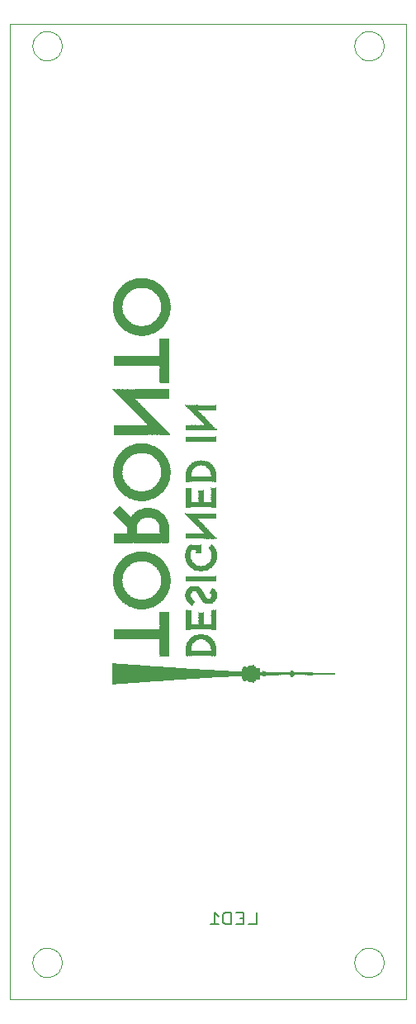
<source format=gbo>
G75*
G70*
%OFA0B0*%
%FSLAX24Y24*%
%IPPOS*%
%LPD*%
%AMOC8*
5,1,8,0,0,1.08239X$1,22.5*
%
%ADD10C,0.0000*%
%ADD11C,0.0070*%
%ADD12R,0.0010X0.0850*%
%ADD13R,0.0010X0.0840*%
%ADD14R,0.0010X0.0010*%
%ADD15R,0.0010X0.0170*%
%ADD16R,0.0010X0.0020*%
%ADD17R,0.0010X0.0140*%
%ADD18R,0.0010X0.0180*%
%ADD19R,0.0010X0.0380*%
%ADD20R,0.0010X0.0040*%
%ADD21R,0.0010X0.0030*%
%ADD22R,0.0010X0.0370*%
%ADD23R,0.0010X0.0460*%
%ADD24R,0.0010X0.0060*%
%ADD25R,0.0010X0.0490*%
%ADD26R,0.0010X0.0480*%
%ADD27R,0.0010X0.0580*%
%ADD28R,0.0010X0.0080*%
%ADD29R,0.0010X0.0560*%
%ADD30R,0.0010X0.0050*%
%ADD31R,0.0010X0.0650*%
%ADD32R,0.0010X0.0100*%
%ADD33R,0.0010X0.0710*%
%ADD34R,0.0010X0.0120*%
%ADD35R,0.0010X0.0070*%
%ADD36R,0.0010X0.0720*%
%ADD37R,0.0010X0.0770*%
%ADD38R,0.0010X0.0830*%
%ADD39R,0.0010X0.0160*%
%ADD40R,0.0010X0.0390*%
%ADD41R,0.0010X0.0090*%
%ADD42R,0.0010X0.0870*%
%ADD43R,0.0010X0.0880*%
%ADD44R,0.0010X0.0110*%
%ADD45R,0.0010X0.0930*%
%ADD46R,0.0010X0.0200*%
%ADD47R,0.0010X0.0820*%
%ADD48R,0.0010X0.0970*%
%ADD49R,0.0010X0.0220*%
%ADD50R,0.0010X0.1010*%
%ADD51R,0.0010X0.0240*%
%ADD52R,0.0010X0.0130*%
%ADD53R,0.0010X0.1020*%
%ADD54R,0.0010X0.1050*%
%ADD55R,0.0010X0.0260*%
%ADD56R,0.0010X0.1090*%
%ADD57R,0.0010X0.0280*%
%ADD58R,0.0010X0.0150*%
%ADD59R,0.0010X0.1130*%
%ADD60R,0.0010X0.0300*%
%ADD61R,0.0010X0.1170*%
%ADD62R,0.0010X0.0320*%
%ADD63R,0.0010X0.1200*%
%ADD64R,0.0010X0.0340*%
%ADD65R,0.0010X0.1230*%
%ADD66R,0.0010X0.0360*%
%ADD67R,0.0010X0.0190*%
%ADD68R,0.0010X0.1270*%
%ADD69R,0.0010X0.1290*%
%ADD70R,0.0010X0.0400*%
%ADD71R,0.0010X0.0210*%
%ADD72R,0.0010X0.1330*%
%ADD73R,0.0010X0.0420*%
%ADD74R,0.0010X0.1320*%
%ADD75R,0.0010X0.1350*%
%ADD76R,0.0010X0.0440*%
%ADD77R,0.0010X0.1380*%
%ADD78R,0.0010X0.1370*%
%ADD79R,0.0010X0.1410*%
%ADD80R,0.0010X0.0250*%
%ADD81R,0.0010X0.0800*%
%ADD82R,0.0010X0.1430*%
%ADD83R,0.0010X0.0500*%
%ADD84R,0.0010X0.1460*%
%ADD85R,0.0010X0.0520*%
%ADD86R,0.0010X0.0270*%
%ADD87R,0.0010X0.0810*%
%ADD88R,0.0010X0.1490*%
%ADD89R,0.0010X0.0530*%
%ADD90R,0.0010X0.0290*%
%ADD91R,0.0010X0.1510*%
%ADD92R,0.0010X0.0540*%
%ADD93R,0.0010X0.1530*%
%ADD94R,0.0010X0.1550*%
%ADD95R,0.0010X0.0310*%
%ADD96R,0.0010X0.1580*%
%ADD97R,0.0010X0.1570*%
%ADD98R,0.0010X0.1590*%
%ADD99R,0.0010X0.0330*%
%ADD100R,0.0010X0.1610*%
%ADD101R,0.0010X0.1630*%
%ADD102R,0.0010X0.1640*%
%ADD103R,0.0010X0.1660*%
%ADD104R,0.0010X0.1650*%
%ADD105R,0.0010X0.1680*%
%ADD106R,0.0010X0.1670*%
%ADD107R,0.0010X0.0790*%
%ADD108R,0.0010X0.0740*%
%ADD109R,0.0010X0.0760*%
%ADD110R,0.0010X0.0780*%
%ADD111R,0.0010X0.0700*%
%ADD112R,0.0010X0.0670*%
%ADD113R,0.0010X0.0680*%
%ADD114R,0.0010X0.0410*%
%ADD115R,0.0010X0.0640*%
%ADD116R,0.0010X0.0630*%
%ADD117R,0.0010X0.0430*%
%ADD118R,0.0010X0.0610*%
%ADD119R,0.0010X0.0620*%
%ADD120R,0.0010X0.0600*%
%ADD121R,0.0010X0.0590*%
%ADD122R,0.0010X0.0570*%
%ADD123R,0.0010X0.0550*%
%ADD124R,0.0010X0.0510*%
%ADD125R,0.0010X0.0470*%
%ADD126R,0.0010X0.1150*%
%ADD127R,0.0010X0.1140*%
%ADD128R,0.0010X0.0450*%
%ADD129R,0.0010X0.1120*%
%ADD130R,0.0010X0.1110*%
%ADD131R,0.0010X0.0660*%
%ADD132R,0.0010X0.0750*%
%ADD133R,0.0010X0.1100*%
%ADD134R,0.0010X0.0690*%
%ADD135R,0.0010X0.1070*%
%ADD136R,0.0010X0.1060*%
%ADD137R,0.0010X0.0730*%
%ADD138R,0.0010X0.1030*%
%ADD139R,0.0010X0.1040*%
%ADD140R,0.0010X0.1080*%
%ADD141R,0.0010X0.1160*%
%ADD142R,0.0010X0.1190*%
%ADD143R,0.0010X0.0860*%
%ADD144R,0.0010X0.0900*%
%ADD145R,0.0010X0.1210*%
%ADD146R,0.0010X0.1220*%
%ADD147R,0.0010X0.0910*%
%ADD148R,0.0010X0.1240*%
%ADD149R,0.0010X0.1250*%
%ADD150R,0.0010X0.0920*%
%ADD151R,0.0010X0.0890*%
%ADD152R,0.0010X0.1780*%
%ADD153R,0.0010X0.1790*%
%ADD154R,0.0010X0.1770*%
%ADD155R,0.0010X0.0350*%
%ADD156R,0.0010X0.1180*%
%ADD157R,0.0010X0.1620*%
%ADD158R,0.0010X0.1600*%
%ADD159R,0.0010X0.1390*%
%ADD160R,0.0010X0.1000*%
%ADD161R,0.0010X0.0990*%
%ADD162R,0.0010X0.0960*%
%ADD163R,0.0010X0.0940*%
%ADD164R,0.0010X0.0230*%
%ADD165R,0.0750X0.0110*%
%ADD166R,0.0910X0.0080*%
D10*
X000156Y000655D02*
X000156Y040025D01*
X016156Y040025D01*
X016156Y000655D01*
X000156Y000655D01*
X001065Y002155D02*
X001067Y002203D01*
X001073Y002251D01*
X001083Y002298D01*
X001096Y002344D01*
X001114Y002389D01*
X001134Y002433D01*
X001159Y002475D01*
X001187Y002514D01*
X001217Y002551D01*
X001251Y002585D01*
X001288Y002617D01*
X001326Y002646D01*
X001367Y002671D01*
X001410Y002693D01*
X001455Y002711D01*
X001501Y002725D01*
X001548Y002736D01*
X001596Y002743D01*
X001644Y002746D01*
X001692Y002745D01*
X001740Y002740D01*
X001788Y002731D01*
X001834Y002719D01*
X001879Y002702D01*
X001923Y002682D01*
X001965Y002659D01*
X002005Y002632D01*
X002043Y002602D01*
X002078Y002569D01*
X002110Y002533D01*
X002140Y002495D01*
X002166Y002454D01*
X002188Y002411D01*
X002208Y002367D01*
X002223Y002322D01*
X002235Y002275D01*
X002243Y002227D01*
X002247Y002179D01*
X002247Y002131D01*
X002243Y002083D01*
X002235Y002035D01*
X002223Y001988D01*
X002208Y001943D01*
X002188Y001899D01*
X002166Y001856D01*
X002140Y001815D01*
X002110Y001777D01*
X002078Y001741D01*
X002043Y001708D01*
X002005Y001678D01*
X001965Y001651D01*
X001923Y001628D01*
X001879Y001608D01*
X001834Y001591D01*
X001788Y001579D01*
X001740Y001570D01*
X001692Y001565D01*
X001644Y001564D01*
X001596Y001567D01*
X001548Y001574D01*
X001501Y001585D01*
X001455Y001599D01*
X001410Y001617D01*
X001367Y001639D01*
X001326Y001664D01*
X001288Y001693D01*
X001251Y001725D01*
X001217Y001759D01*
X001187Y001796D01*
X001159Y001835D01*
X001134Y001877D01*
X001114Y001921D01*
X001096Y001966D01*
X001083Y002012D01*
X001073Y002059D01*
X001067Y002107D01*
X001065Y002155D01*
X014065Y002155D02*
X014067Y002203D01*
X014073Y002251D01*
X014083Y002298D01*
X014096Y002344D01*
X014114Y002389D01*
X014134Y002433D01*
X014159Y002475D01*
X014187Y002514D01*
X014217Y002551D01*
X014251Y002585D01*
X014288Y002617D01*
X014326Y002646D01*
X014367Y002671D01*
X014410Y002693D01*
X014455Y002711D01*
X014501Y002725D01*
X014548Y002736D01*
X014596Y002743D01*
X014644Y002746D01*
X014692Y002745D01*
X014740Y002740D01*
X014788Y002731D01*
X014834Y002719D01*
X014879Y002702D01*
X014923Y002682D01*
X014965Y002659D01*
X015005Y002632D01*
X015043Y002602D01*
X015078Y002569D01*
X015110Y002533D01*
X015140Y002495D01*
X015166Y002454D01*
X015188Y002411D01*
X015208Y002367D01*
X015223Y002322D01*
X015235Y002275D01*
X015243Y002227D01*
X015247Y002179D01*
X015247Y002131D01*
X015243Y002083D01*
X015235Y002035D01*
X015223Y001988D01*
X015208Y001943D01*
X015188Y001899D01*
X015166Y001856D01*
X015140Y001815D01*
X015110Y001777D01*
X015078Y001741D01*
X015043Y001708D01*
X015005Y001678D01*
X014965Y001651D01*
X014923Y001628D01*
X014879Y001608D01*
X014834Y001591D01*
X014788Y001579D01*
X014740Y001570D01*
X014692Y001565D01*
X014644Y001564D01*
X014596Y001567D01*
X014548Y001574D01*
X014501Y001585D01*
X014455Y001599D01*
X014410Y001617D01*
X014367Y001639D01*
X014326Y001664D01*
X014288Y001693D01*
X014251Y001725D01*
X014217Y001759D01*
X014187Y001796D01*
X014159Y001835D01*
X014134Y001877D01*
X014114Y001921D01*
X014096Y001966D01*
X014083Y002012D01*
X014073Y002059D01*
X014067Y002107D01*
X014065Y002155D01*
X014065Y039155D02*
X014067Y039203D01*
X014073Y039251D01*
X014083Y039298D01*
X014096Y039344D01*
X014114Y039389D01*
X014134Y039433D01*
X014159Y039475D01*
X014187Y039514D01*
X014217Y039551D01*
X014251Y039585D01*
X014288Y039617D01*
X014326Y039646D01*
X014367Y039671D01*
X014410Y039693D01*
X014455Y039711D01*
X014501Y039725D01*
X014548Y039736D01*
X014596Y039743D01*
X014644Y039746D01*
X014692Y039745D01*
X014740Y039740D01*
X014788Y039731D01*
X014834Y039719D01*
X014879Y039702D01*
X014923Y039682D01*
X014965Y039659D01*
X015005Y039632D01*
X015043Y039602D01*
X015078Y039569D01*
X015110Y039533D01*
X015140Y039495D01*
X015166Y039454D01*
X015188Y039411D01*
X015208Y039367D01*
X015223Y039322D01*
X015235Y039275D01*
X015243Y039227D01*
X015247Y039179D01*
X015247Y039131D01*
X015243Y039083D01*
X015235Y039035D01*
X015223Y038988D01*
X015208Y038943D01*
X015188Y038899D01*
X015166Y038856D01*
X015140Y038815D01*
X015110Y038777D01*
X015078Y038741D01*
X015043Y038708D01*
X015005Y038678D01*
X014965Y038651D01*
X014923Y038628D01*
X014879Y038608D01*
X014834Y038591D01*
X014788Y038579D01*
X014740Y038570D01*
X014692Y038565D01*
X014644Y038564D01*
X014596Y038567D01*
X014548Y038574D01*
X014501Y038585D01*
X014455Y038599D01*
X014410Y038617D01*
X014367Y038639D01*
X014326Y038664D01*
X014288Y038693D01*
X014251Y038725D01*
X014217Y038759D01*
X014187Y038796D01*
X014159Y038835D01*
X014134Y038877D01*
X014114Y038921D01*
X014096Y038966D01*
X014083Y039012D01*
X014073Y039059D01*
X014067Y039107D01*
X014065Y039155D01*
X001065Y039155D02*
X001067Y039203D01*
X001073Y039251D01*
X001083Y039298D01*
X001096Y039344D01*
X001114Y039389D01*
X001134Y039433D01*
X001159Y039475D01*
X001187Y039514D01*
X001217Y039551D01*
X001251Y039585D01*
X001288Y039617D01*
X001326Y039646D01*
X001367Y039671D01*
X001410Y039693D01*
X001455Y039711D01*
X001501Y039725D01*
X001548Y039736D01*
X001596Y039743D01*
X001644Y039746D01*
X001692Y039745D01*
X001740Y039740D01*
X001788Y039731D01*
X001834Y039719D01*
X001879Y039702D01*
X001923Y039682D01*
X001965Y039659D01*
X002005Y039632D01*
X002043Y039602D01*
X002078Y039569D01*
X002110Y039533D01*
X002140Y039495D01*
X002166Y039454D01*
X002188Y039411D01*
X002208Y039367D01*
X002223Y039322D01*
X002235Y039275D01*
X002243Y039227D01*
X002247Y039179D01*
X002247Y039131D01*
X002243Y039083D01*
X002235Y039035D01*
X002223Y038988D01*
X002208Y038943D01*
X002188Y038899D01*
X002166Y038856D01*
X002140Y038815D01*
X002110Y038777D01*
X002078Y038741D01*
X002043Y038708D01*
X002005Y038678D01*
X001965Y038651D01*
X001923Y038628D01*
X001879Y038608D01*
X001834Y038591D01*
X001788Y038579D01*
X001740Y038570D01*
X001692Y038565D01*
X001644Y038564D01*
X001596Y038567D01*
X001548Y038574D01*
X001501Y038585D01*
X001455Y038599D01*
X001410Y038617D01*
X001367Y038639D01*
X001326Y038664D01*
X001288Y038693D01*
X001251Y038725D01*
X001217Y038759D01*
X001187Y038796D01*
X001159Y038835D01*
X001134Y038877D01*
X001114Y038921D01*
X001096Y038966D01*
X001083Y039012D01*
X001073Y039059D01*
X001067Y039107D01*
X001065Y039155D01*
D11*
X008410Y004181D02*
X008410Y003690D01*
X008247Y003690D02*
X008574Y003690D01*
X008762Y003772D02*
X008762Y004099D01*
X008844Y004181D01*
X009089Y004181D01*
X009089Y003690D01*
X008844Y003690D01*
X008762Y003772D01*
X008574Y004017D02*
X008410Y004181D01*
X009278Y004181D02*
X009605Y004181D01*
X009605Y003690D01*
X009278Y003690D01*
X009441Y003935D02*
X009605Y003935D01*
X009794Y003690D02*
X010121Y003690D01*
X010121Y004181D01*
D12*
X004356Y013805D03*
X004316Y013795D03*
X004306Y013805D03*
X006546Y019515D03*
X005166Y024855D03*
X005156Y024865D03*
D13*
X005816Y023880D03*
X005826Y023880D03*
X007416Y018580D03*
X004456Y013800D03*
X004436Y013800D03*
X004416Y013800D03*
X004406Y013800D03*
X004396Y013800D03*
X004386Y013800D03*
X004376Y013800D03*
X004366Y013800D03*
X004346Y013800D03*
X004336Y013800D03*
X004326Y013800D03*
D14*
X004386Y015225D03*
X004386Y015545D03*
X004366Y017325D03*
X004346Y017455D03*
X004366Y017815D03*
X004706Y017645D03*
X004386Y019145D03*
X004916Y019555D03*
X004916Y019635D03*
X004916Y019715D03*
X005276Y019695D03*
X005276Y019675D03*
X005276Y019645D03*
X005276Y019615D03*
X005276Y019585D03*
X005276Y019565D03*
X005276Y019545D03*
X005276Y019515D03*
X005276Y019485D03*
X006216Y019775D03*
X006236Y019605D03*
X006236Y019555D03*
X006596Y019565D03*
X006596Y019545D03*
X006596Y019505D03*
X006596Y019475D03*
X006596Y019455D03*
X006596Y019435D03*
X006596Y019415D03*
X006596Y019375D03*
X006596Y019335D03*
X006596Y019265D03*
X006596Y019245D03*
X006596Y019205D03*
X006596Y019175D03*
X006596Y019155D03*
X006596Y019125D03*
X006596Y019105D03*
X006596Y019585D03*
X006596Y019625D03*
X006596Y019655D03*
X006596Y019705D03*
X007256Y020255D03*
X007796Y020785D03*
X007796Y020825D03*
X007796Y020865D03*
X007796Y020985D03*
X007796Y021105D03*
X007796Y021125D03*
X007796Y021175D03*
X007996Y021175D03*
X007996Y021195D03*
X007996Y021095D03*
X007996Y021035D03*
X007996Y021015D03*
X007996Y020935D03*
X007996Y020875D03*
X007996Y020855D03*
X007996Y020805D03*
X007996Y020785D03*
X007996Y020765D03*
X008296Y020825D03*
X008296Y020895D03*
X008296Y020995D03*
X008496Y020995D03*
X008496Y021015D03*
X008496Y021075D03*
X008496Y021295D03*
X008296Y021295D03*
X008296Y021225D03*
X008496Y021565D03*
X008496Y021855D03*
X008496Y021885D03*
X008296Y021825D03*
X008496Y020535D03*
X008496Y020115D03*
X008496Y020095D03*
X007896Y019005D03*
X007896Y018945D03*
X007896Y018885D03*
X007896Y018775D03*
X007896Y018755D03*
X007896Y018735D03*
X007896Y018715D03*
X007896Y018695D03*
X007696Y018685D03*
X007696Y018715D03*
X007696Y018765D03*
X007456Y018585D03*
X007256Y018565D03*
X007256Y018605D03*
X006646Y017465D03*
X006646Y017445D03*
X006636Y017375D03*
X006596Y016235D03*
X006596Y016215D03*
X006596Y016175D03*
X006596Y016155D03*
X006596Y016135D03*
X006596Y016095D03*
X006596Y016055D03*
X006596Y016035D03*
X006596Y016015D03*
X006596Y015995D03*
X006596Y015975D03*
X006596Y015945D03*
X006596Y015915D03*
X006596Y015895D03*
X006596Y015855D03*
X006596Y015835D03*
X006596Y015815D03*
X006596Y015775D03*
X006596Y015735D03*
X006596Y015715D03*
X006596Y015695D03*
X006596Y015675D03*
X006596Y015655D03*
X006596Y015625D03*
X006596Y015595D03*
X006596Y015575D03*
X006596Y015535D03*
X006596Y015515D03*
X006596Y015495D03*
X006596Y015455D03*
X006596Y015415D03*
X006596Y015395D03*
X006596Y015375D03*
X006596Y015355D03*
X006596Y015335D03*
X006596Y015305D03*
X006596Y015275D03*
X006596Y015255D03*
X006596Y015215D03*
X006596Y015195D03*
X006596Y015175D03*
X006596Y015135D03*
X006596Y015095D03*
X006596Y015025D03*
X006596Y014995D03*
X006596Y014975D03*
X006596Y014955D03*
X006596Y014935D03*
X006596Y014895D03*
X006596Y014855D03*
X006596Y014785D03*
X006596Y014765D03*
X006596Y014725D03*
X006596Y014695D03*
X006596Y014675D03*
X006596Y014645D03*
X006596Y014615D03*
X006596Y014545D03*
X006596Y014525D03*
X006236Y014645D03*
X006236Y014875D03*
X006236Y015035D03*
X006236Y015665D03*
X006236Y015845D03*
X006236Y016165D03*
X006236Y016275D03*
X007256Y016965D03*
X007256Y016995D03*
X007466Y016995D03*
X007796Y016265D03*
X007796Y016145D03*
X007796Y016025D03*
X007796Y015905D03*
X007996Y015905D03*
X007996Y015885D03*
X007996Y015855D03*
X007996Y015925D03*
X007996Y015975D03*
X007996Y015995D03*
X007996Y016055D03*
X007996Y016105D03*
X007996Y016125D03*
X007996Y016145D03*
X007996Y016165D03*
X007996Y016215D03*
X007996Y016235D03*
X007996Y016255D03*
X008296Y016145D03*
X008496Y016135D03*
X008496Y016115D03*
X008496Y015975D03*
X008496Y015955D03*
X008496Y015815D03*
X008496Y015795D03*
X008496Y015655D03*
X008496Y015635D03*
X008496Y016275D03*
X008496Y016295D03*
X008316Y016955D03*
X008256Y017075D03*
X008526Y016995D03*
X008496Y017575D03*
X008516Y018455D03*
X008526Y018515D03*
X008516Y018715D03*
X008326Y018635D03*
X008326Y018535D03*
X007486Y021885D03*
X006646Y021825D03*
X006636Y021745D03*
X006646Y022055D03*
X006646Y022085D03*
X006286Y022015D03*
X006286Y021855D03*
X006596Y024915D03*
X006596Y024935D03*
X006596Y024955D03*
X006596Y024985D03*
X006596Y025015D03*
X006596Y025035D03*
X006596Y025055D03*
X006596Y025075D03*
X006596Y025105D03*
X006596Y025175D03*
X006596Y025205D03*
X006596Y025255D03*
X006596Y025275D03*
X006596Y025555D03*
X006596Y025575D03*
X006596Y025595D03*
X006596Y025625D03*
X006596Y025655D03*
X006596Y025675D03*
X006596Y025695D03*
X006596Y025715D03*
X006596Y025745D03*
X006596Y025815D03*
X006596Y025845D03*
X006596Y025875D03*
X006596Y025895D03*
X006596Y025925D03*
X006596Y025965D03*
X006596Y025985D03*
X006596Y026055D03*
X006596Y026095D03*
X006596Y026135D03*
X006596Y026155D03*
X006596Y026175D03*
X006596Y026195D03*
X006596Y026225D03*
X006596Y026295D03*
X006596Y026325D03*
X006596Y026355D03*
X006596Y026375D03*
X006596Y026405D03*
X006596Y026445D03*
X006596Y026465D03*
X006596Y026535D03*
X006596Y026575D03*
X006596Y026615D03*
X006596Y026635D03*
X006596Y026655D03*
X006596Y026675D03*
X006596Y026705D03*
X006596Y026775D03*
X006596Y026805D03*
X006596Y026835D03*
X006596Y026855D03*
X006596Y026885D03*
X006596Y026925D03*
X006596Y026945D03*
X006596Y027015D03*
X006596Y027055D03*
X006596Y027095D03*
X006596Y027115D03*
X006596Y027135D03*
X006596Y027155D03*
X006596Y027185D03*
X006596Y027225D03*
X006596Y027245D03*
X006596Y027265D03*
X006236Y027285D03*
X006236Y027235D03*
X006236Y027125D03*
X006236Y026885D03*
X006236Y026675D03*
X006236Y026005D03*
X006236Y025915D03*
X006236Y025755D03*
X006236Y025555D03*
X006596Y028245D03*
X006616Y028315D03*
X006646Y028465D03*
X006646Y028745D03*
X004726Y028795D03*
X004706Y028685D03*
X004346Y028725D03*
X004356Y028805D03*
X004346Y028505D03*
X004386Y026615D03*
X004386Y026265D03*
X004336Y025275D03*
X004386Y023705D03*
X004706Y022005D03*
X004706Y021895D03*
X004716Y021805D03*
X004346Y021815D03*
X004346Y021835D03*
X007286Y014865D03*
X008296Y014805D03*
X008496Y014835D03*
X008496Y014695D03*
X008496Y014675D03*
X008496Y014575D03*
X010026Y014145D03*
X010026Y013475D03*
X010026Y013455D03*
X010376Y013895D03*
X010376Y013915D03*
X008496Y024445D03*
X008496Y024585D03*
X008496Y024635D03*
D15*
X008366Y023725D03*
X007416Y020175D03*
X008356Y019345D03*
X006496Y023535D03*
X006486Y023545D03*
X004496Y025195D03*
X004486Y025205D03*
X004346Y017565D03*
D16*
X004346Y017670D03*
X004706Y017490D03*
X004386Y019170D03*
X004386Y019390D03*
X004346Y020310D03*
X004916Y019690D03*
X004916Y019660D03*
X004916Y019610D03*
X004916Y019580D03*
X004916Y019530D03*
X004916Y019500D03*
X004346Y022020D03*
X004346Y022050D03*
X004386Y023470D03*
X004386Y023770D03*
X004386Y023810D03*
X004346Y025270D03*
X004386Y026290D03*
X004386Y026370D03*
X004386Y026410D03*
X004386Y026440D03*
X004386Y026590D03*
X004706Y028530D03*
X006236Y027310D03*
X006236Y027260D03*
X006236Y027210D03*
X006236Y027180D03*
X006236Y027150D03*
X006236Y027100D03*
X006236Y027070D03*
X006236Y027000D03*
X006236Y026970D03*
X006236Y026940D03*
X006236Y026910D03*
X006236Y026860D03*
X006236Y026830D03*
X006236Y026760D03*
X006236Y026730D03*
X006236Y026700D03*
X006236Y026650D03*
X006236Y026220D03*
X006236Y026190D03*
X006236Y026120D03*
X006236Y026090D03*
X006236Y026060D03*
X006236Y026030D03*
X006236Y025980D03*
X006236Y025890D03*
X006236Y025860D03*
X006236Y025830D03*
X006236Y025730D03*
X006236Y025700D03*
X006236Y025670D03*
X006236Y025640D03*
X006236Y025610D03*
X006236Y025580D03*
X006596Y025790D03*
X006596Y026030D03*
X006596Y026270D03*
X006596Y026510D03*
X006596Y026750D03*
X006596Y026990D03*
X006596Y027310D03*
X006596Y025150D03*
X007266Y024640D03*
X006636Y023470D03*
X006626Y023470D03*
X007286Y021890D03*
X007796Y021030D03*
X007796Y020910D03*
X007996Y020960D03*
X007996Y020990D03*
X007996Y021120D03*
X007996Y021150D03*
X007996Y020830D03*
X008496Y020830D03*
X008496Y020750D03*
X008496Y020630D03*
X008496Y020600D03*
X008496Y020250D03*
X008496Y020210D03*
X008496Y020180D03*
X008496Y020070D03*
X008506Y019270D03*
X008516Y019260D03*
X008206Y018890D03*
X007896Y018910D03*
X007896Y018850D03*
X007896Y018810D03*
X007896Y018970D03*
X007276Y020250D03*
X007266Y020250D03*
X006596Y019310D03*
X006236Y019500D03*
X006236Y019530D03*
X006236Y019580D03*
X006236Y019630D03*
X006236Y019660D03*
X006646Y017690D03*
X006596Y016270D03*
X006236Y016250D03*
X006236Y016220D03*
X006236Y016190D03*
X006236Y016140D03*
X006236Y016110D03*
X006236Y015960D03*
X006236Y015930D03*
X006236Y015900D03*
X006236Y015870D03*
X006236Y015820D03*
X006236Y015790D03*
X006236Y015180D03*
X006236Y015150D03*
X006236Y015010D03*
X006236Y014980D03*
X006236Y014950D03*
X006236Y014850D03*
X006236Y014820D03*
X006236Y014790D03*
X006236Y014760D03*
X006236Y014730D03*
X006236Y014700D03*
X006236Y014670D03*
X006236Y014620D03*
X006236Y014590D03*
X006236Y014520D03*
X006596Y014590D03*
X006596Y014830D03*
X006596Y015070D03*
X007466Y016970D03*
X007626Y016710D03*
X007796Y016190D03*
X007796Y016070D03*
X007796Y015950D03*
X007796Y015830D03*
X007996Y015830D03*
X007996Y015950D03*
X007996Y016080D03*
X007996Y016190D03*
X008496Y016250D03*
X008496Y016360D03*
X008496Y016090D03*
X008496Y015930D03*
X008496Y015770D03*
X008496Y015610D03*
X008496Y014810D03*
X008496Y014650D03*
X008496Y014550D03*
X008496Y017550D03*
X008496Y017690D03*
X008496Y020970D03*
X008496Y021230D03*
X008496Y021590D03*
X008496Y021710D03*
X008496Y021790D03*
X008496Y023230D03*
X008496Y023370D03*
X008516Y023650D03*
X008496Y024470D03*
X008496Y024610D03*
X004386Y015570D03*
X004386Y015330D03*
X004386Y015290D03*
X010376Y013710D03*
D17*
X010376Y013810D03*
X010266Y013810D03*
X008396Y019320D03*
X008386Y019330D03*
X007386Y020190D03*
X006516Y023530D03*
X006506Y023530D03*
X007386Y024580D03*
X008386Y023720D03*
X008396Y023710D03*
X007576Y016690D03*
X004406Y020310D03*
X004346Y021930D03*
X004466Y025210D03*
D18*
X004506Y025190D03*
X004346Y028610D03*
X006466Y023550D03*
X006476Y023550D03*
X007426Y024560D03*
X008346Y023740D03*
X008356Y023730D03*
X007426Y020170D03*
X008346Y019350D03*
X008366Y019340D03*
X008276Y018880D03*
X008516Y016960D03*
X007566Y016690D03*
X009476Y013810D03*
X009506Y013810D03*
X009536Y013810D03*
X011506Y013810D03*
X004426Y020310D03*
D19*
X004526Y020310D03*
X004516Y019280D03*
X004506Y019280D03*
X004496Y019270D03*
X004486Y019280D03*
X004476Y019280D03*
X004446Y019280D03*
X004426Y019280D03*
X004416Y019270D03*
X004406Y019280D03*
X004396Y019280D03*
X004546Y019280D03*
X004586Y019280D03*
X004626Y019280D03*
X004656Y019280D03*
X004706Y019280D03*
X004726Y019270D03*
X004736Y019280D03*
X004776Y019280D03*
X004826Y019280D03*
X004836Y019270D03*
X004846Y019280D03*
X004866Y019270D03*
X004876Y019280D03*
X004906Y019280D03*
X005286Y019280D03*
X005296Y019270D03*
X005326Y019280D03*
X005346Y019270D03*
X005356Y019280D03*
X005366Y019280D03*
X005386Y019280D03*
X005406Y019270D03*
X005416Y019280D03*
X005426Y019280D03*
X005436Y019270D03*
X005446Y019270D03*
X005456Y019280D03*
X005496Y019280D03*
X005526Y019280D03*
X005536Y019270D03*
X005546Y019280D03*
X005556Y019280D03*
X005566Y019280D03*
X005576Y019270D03*
X005586Y019280D03*
X005596Y019280D03*
X005636Y019280D03*
X005646Y019280D03*
X005656Y019270D03*
X005666Y019280D03*
X005676Y019280D03*
X005686Y019270D03*
X005696Y019280D03*
X005726Y019270D03*
X005736Y019280D03*
X005766Y019280D03*
X005786Y019280D03*
X005796Y019270D03*
X005816Y019280D03*
X005866Y019280D03*
X005896Y019280D03*
X005906Y019280D03*
X005916Y019270D03*
X005926Y019270D03*
X005936Y019280D03*
X005986Y019270D03*
X005996Y019280D03*
X006006Y019280D03*
X006016Y019270D03*
X006026Y019280D03*
X006036Y019280D03*
X006046Y019280D03*
X006056Y019270D03*
X006066Y019280D03*
X006076Y019280D03*
X006116Y019280D03*
X006126Y019280D03*
X006136Y019270D03*
X006146Y019280D03*
X006156Y019280D03*
X006176Y019280D03*
X006226Y019280D03*
X005866Y020300D03*
X005826Y020300D03*
X005806Y020310D03*
X005786Y020310D03*
X005776Y020310D03*
X005746Y020310D03*
X005736Y020310D03*
X005716Y020310D03*
X005676Y020300D03*
X005656Y020300D03*
X005616Y020980D03*
X005606Y020980D03*
X005596Y020980D03*
X005586Y020980D03*
X005566Y020980D03*
X005526Y020980D03*
X005516Y020970D03*
X005496Y020970D03*
X005486Y020980D03*
X005426Y020980D03*
X005416Y020980D03*
X005396Y020980D03*
X005386Y020980D03*
X005376Y020980D03*
X005336Y020990D03*
X005656Y020990D03*
X005656Y022900D03*
X005606Y022910D03*
X005596Y022910D03*
X005586Y022910D03*
X005566Y022910D03*
X005556Y022910D03*
X005536Y022910D03*
X005516Y022910D03*
X005496Y022910D03*
X005456Y022910D03*
X005436Y022910D03*
X005426Y022910D03*
X005416Y022910D03*
X005386Y022910D03*
X005376Y022910D03*
X005326Y022900D03*
X005416Y023640D03*
X005426Y023650D03*
X005446Y023650D03*
X005476Y023650D03*
X005496Y023650D03*
X005516Y023650D03*
X005526Y023650D03*
X005536Y023640D03*
X005546Y023650D03*
X005556Y023650D03*
X005566Y023650D03*
X005576Y023640D03*
X005586Y023650D03*
X005606Y023650D03*
X005616Y023650D03*
X005626Y023640D03*
X005636Y023650D03*
X005666Y023650D03*
X005676Y023650D03*
X005706Y023650D03*
X005716Y023650D03*
X005406Y023650D03*
X005396Y023650D03*
X005366Y023650D03*
X005326Y023650D03*
X005306Y023650D03*
X005246Y023650D03*
X005226Y023650D03*
X005196Y023650D03*
X005176Y023650D03*
X005136Y023650D03*
X005086Y023650D03*
X005066Y023650D03*
X005036Y023650D03*
X005026Y023650D03*
X004996Y023650D03*
X004986Y023640D03*
X004976Y023650D03*
X004966Y023650D03*
X004946Y023650D03*
X004936Y023640D03*
X004926Y023650D03*
X004916Y023650D03*
X004906Y023650D03*
X004896Y023640D03*
X004886Y023650D03*
X004876Y023650D03*
X004856Y023650D03*
X004836Y023650D03*
X004806Y023650D03*
X004786Y023650D03*
X004776Y023640D03*
X004766Y023650D03*
X004756Y023650D03*
X004726Y023650D03*
X004716Y023650D03*
X004696Y023650D03*
X004656Y023650D03*
X004606Y023650D03*
X004586Y023650D03*
X004556Y023650D03*
X004536Y023650D03*
X004496Y023650D03*
X004446Y023650D03*
X004426Y023650D03*
X004396Y023650D03*
X004696Y025090D03*
X004706Y025090D03*
X004706Y026430D03*
X004716Y026430D03*
X004726Y026430D03*
X004746Y026430D03*
X004776Y026430D03*
X004786Y026430D03*
X004796Y026430D03*
X004806Y026440D03*
X004816Y026430D03*
X004826Y026430D03*
X004836Y026430D03*
X004856Y026430D03*
X004866Y026430D03*
X004886Y026430D03*
X004896Y026430D03*
X004906Y026430D03*
X004916Y026430D03*
X004926Y026440D03*
X004936Y026430D03*
X004946Y026430D03*
X004956Y026430D03*
X004976Y026430D03*
X004986Y026430D03*
X005016Y026430D03*
X005026Y026430D03*
X005036Y026430D03*
X005066Y026430D03*
X005076Y026430D03*
X005096Y026430D03*
X005106Y026430D03*
X005136Y026430D03*
X005146Y026430D03*
X005156Y026430D03*
X005166Y026440D03*
X005176Y026430D03*
X005186Y026430D03*
X005196Y026430D03*
X005216Y026430D03*
X005236Y026430D03*
X005256Y026430D03*
X005266Y026430D03*
X005276Y026430D03*
X005286Y026440D03*
X005296Y026430D03*
X005306Y026430D03*
X005316Y026430D03*
X005336Y026430D03*
X005346Y026430D03*
X005376Y026430D03*
X005386Y026430D03*
X005396Y026430D03*
X005406Y026440D03*
X005416Y026430D03*
X005426Y026430D03*
X005436Y026430D03*
X005456Y026430D03*
X005476Y026430D03*
X005496Y026430D03*
X005506Y026430D03*
X005516Y026430D03*
X005536Y026430D03*
X005546Y026430D03*
X005556Y026430D03*
X005566Y026430D03*
X005576Y026430D03*
X005586Y026430D03*
X005596Y026440D03*
X005606Y026430D03*
X005616Y026430D03*
X005626Y026430D03*
X005636Y026430D03*
X005646Y026440D03*
X005656Y026430D03*
X005666Y026430D03*
X005676Y026430D03*
X005686Y026430D03*
X005696Y026430D03*
X005726Y026430D03*
X005736Y026430D03*
X005746Y026430D03*
X005756Y026430D03*
X005766Y026440D03*
X005776Y026430D03*
X005786Y026430D03*
X005796Y026430D03*
X005806Y026430D03*
X005816Y026430D03*
X005826Y026430D03*
X005836Y026440D03*
X005846Y026430D03*
X005856Y026430D03*
X005866Y026430D03*
X005876Y026430D03*
X005886Y026440D03*
X005896Y026430D03*
X005906Y026430D03*
X005916Y026430D03*
X005926Y026430D03*
X005936Y026430D03*
X005966Y026430D03*
X005976Y026430D03*
X005986Y026430D03*
X005996Y026430D03*
X006006Y026440D03*
X006016Y026430D03*
X006026Y026430D03*
X006036Y026430D03*
X006046Y026430D03*
X006056Y026430D03*
X006066Y026430D03*
X006076Y026440D03*
X006086Y026430D03*
X006096Y026430D03*
X006106Y026430D03*
X006116Y026430D03*
X006126Y026440D03*
X006136Y026430D03*
X006146Y026430D03*
X006156Y026430D03*
X006166Y026430D03*
X006186Y026430D03*
X006206Y026430D03*
X006126Y025100D03*
X006136Y025090D03*
X006146Y025090D03*
X006156Y025090D03*
X006176Y025090D03*
X006196Y025090D03*
X006216Y025090D03*
X006226Y025090D03*
X006236Y025090D03*
X006256Y025090D03*
X006266Y025090D03*
X006276Y025090D03*
X006296Y025090D03*
X006306Y025090D03*
X006316Y025090D03*
X006336Y025090D03*
X006346Y025090D03*
X006376Y025090D03*
X006396Y025090D03*
X006416Y025090D03*
X006426Y025090D03*
X006456Y025090D03*
X006476Y025090D03*
X006486Y025090D03*
X006496Y025090D03*
X006506Y025090D03*
X006516Y025090D03*
X006536Y025090D03*
X006546Y025090D03*
X006556Y025090D03*
X006576Y025090D03*
X006116Y025090D03*
X006106Y025090D03*
X006096Y025090D03*
X006076Y025090D03*
X006066Y025090D03*
X006056Y025090D03*
X006036Y025090D03*
X006026Y025090D03*
X006016Y025090D03*
X005996Y025090D03*
X005976Y025090D03*
X005946Y025090D03*
X005936Y025090D03*
X005916Y025090D03*
X005896Y025090D03*
X005866Y025090D03*
X005856Y025090D03*
X005836Y025090D03*
X005816Y025090D03*
X005786Y025090D03*
X005776Y025090D03*
X005756Y025090D03*
X005736Y025090D03*
X005706Y025090D03*
X005696Y025090D03*
X005676Y025090D03*
X005666Y025090D03*
X005656Y025090D03*
X005636Y025090D03*
X005626Y025090D03*
X005616Y025090D03*
X005596Y025090D03*
X005586Y025090D03*
X005576Y025090D03*
X005556Y025090D03*
X005536Y025090D03*
X005516Y025090D03*
X005506Y025090D03*
X005496Y025090D03*
X005486Y025100D03*
X005476Y025090D03*
X005466Y025090D03*
X005456Y025090D03*
X005436Y025090D03*
X005426Y025090D03*
X005416Y025090D03*
X005396Y025090D03*
X005386Y025090D03*
X005376Y025090D03*
X005356Y025090D03*
X005346Y025090D03*
X005336Y025090D03*
X005316Y025090D03*
X005296Y025090D03*
X005276Y025090D03*
X005266Y025090D03*
X005256Y025090D03*
X005236Y025090D03*
X004696Y026430D03*
X004686Y026440D03*
X004676Y026430D03*
X004666Y026430D03*
X004656Y026430D03*
X004626Y026430D03*
X004616Y026430D03*
X004596Y026430D03*
X004586Y026430D03*
X004576Y026430D03*
X004566Y026430D03*
X004556Y026430D03*
X004546Y026430D03*
X004536Y026430D03*
X004526Y026440D03*
X004516Y026430D03*
X004506Y026430D03*
X004496Y026430D03*
X004466Y026430D03*
X004456Y026430D03*
X004436Y026430D03*
X004426Y026430D03*
X004416Y026430D03*
X004406Y026440D03*
X004396Y026430D03*
X005376Y027650D03*
X005386Y027650D03*
X005396Y027650D03*
X005406Y027650D03*
X005426Y027650D03*
X005446Y027650D03*
X005456Y027640D03*
X005536Y027650D03*
X005546Y027650D03*
X005576Y027650D03*
X005586Y027650D03*
X005596Y027650D03*
X005606Y027650D03*
X005656Y027660D03*
X005646Y029570D03*
X005606Y029580D03*
X005586Y029580D03*
X005576Y029580D03*
X005556Y029580D03*
X005526Y029580D03*
X005496Y029580D03*
X005436Y029580D03*
X005416Y029580D03*
X005406Y029580D03*
X005396Y029580D03*
X005376Y029580D03*
X005346Y029570D03*
X005326Y029570D03*
X006636Y028610D03*
X007616Y024460D03*
X007626Y024460D03*
X008146Y023840D03*
X008156Y023830D03*
X007626Y020070D03*
X008146Y019450D03*
X007466Y018300D03*
X007286Y018580D03*
X007976Y016900D03*
X007776Y013810D03*
X007756Y013810D03*
X007736Y013810D03*
X007726Y013810D03*
X007716Y013810D03*
X007706Y013810D03*
X007696Y013810D03*
X007686Y013810D03*
X007676Y013810D03*
X007666Y013810D03*
X007656Y013810D03*
X007616Y013810D03*
X006226Y015390D03*
X006196Y015390D03*
X006186Y015390D03*
X006166Y015390D03*
X006156Y015390D03*
X006136Y015390D03*
X006126Y015390D03*
X006116Y015400D03*
X006106Y015390D03*
X006096Y015390D03*
X006086Y015390D03*
X006076Y015390D03*
X006066Y015390D03*
X006056Y015390D03*
X006046Y015400D03*
X006036Y015390D03*
X006026Y015390D03*
X006016Y015390D03*
X006006Y015390D03*
X005996Y015400D03*
X005986Y015390D03*
X005976Y015390D03*
X005966Y015390D03*
X005956Y015390D03*
X005946Y015390D03*
X005936Y015390D03*
X005926Y015400D03*
X005916Y015390D03*
X005906Y015390D03*
X005896Y015390D03*
X005886Y015390D03*
X005876Y015390D03*
X005856Y015390D03*
X005846Y015390D03*
X005836Y015390D03*
X005826Y015390D03*
X005816Y015390D03*
X005806Y015400D03*
X005796Y015390D03*
X005786Y015390D03*
X005776Y015390D03*
X005746Y015390D03*
X005736Y015390D03*
X005716Y015390D03*
X005706Y015390D03*
X005696Y015390D03*
X005686Y015400D03*
X005676Y015390D03*
X005666Y015390D03*
X005656Y015390D03*
X005646Y015390D03*
X005616Y015390D03*
X005606Y015390D03*
X005586Y015390D03*
X005576Y015390D03*
X005556Y015390D03*
X005546Y015390D03*
X005536Y015390D03*
X005506Y015390D03*
X005496Y015390D03*
X005476Y015390D03*
X005466Y015390D03*
X005456Y015390D03*
X005426Y015390D03*
X005416Y015390D03*
X005406Y015390D03*
X005396Y015390D03*
X005386Y015390D03*
X005376Y015390D03*
X005356Y015390D03*
X005346Y015390D03*
X005336Y015390D03*
X005316Y015390D03*
X005296Y015390D03*
X005266Y015390D03*
X005256Y015390D03*
X005236Y015390D03*
X005226Y015390D03*
X005216Y015390D03*
X005206Y015400D03*
X005196Y015390D03*
X005186Y015390D03*
X005176Y015390D03*
X005166Y015400D03*
X005156Y015390D03*
X005146Y015390D03*
X005136Y015390D03*
X005106Y015390D03*
X005096Y015390D03*
X005076Y015390D03*
X005066Y015390D03*
X005056Y015390D03*
X005046Y015400D03*
X005036Y015390D03*
X005026Y015390D03*
X005016Y015390D03*
X005006Y015390D03*
X004976Y015390D03*
X004966Y015390D03*
X004946Y015390D03*
X004936Y015390D03*
X004916Y015390D03*
X004906Y015390D03*
X004896Y015390D03*
X004866Y015390D03*
X004856Y015390D03*
X004836Y015390D03*
X004826Y015390D03*
X004816Y015390D03*
X004786Y015390D03*
X004776Y015390D03*
X004766Y015390D03*
X004756Y015390D03*
X004746Y015390D03*
X004736Y015390D03*
X004716Y015390D03*
X004706Y015390D03*
X004696Y015390D03*
X004676Y015390D03*
X004656Y015390D03*
X004626Y015390D03*
X004616Y015390D03*
X004596Y015390D03*
X004586Y015390D03*
X004576Y015390D03*
X004566Y015400D03*
X004556Y015390D03*
X004546Y015390D03*
X004536Y015390D03*
X004526Y015400D03*
X004516Y015390D03*
X004506Y015390D03*
X004496Y015390D03*
X004466Y015390D03*
X004456Y015390D03*
X004436Y015390D03*
X004426Y015390D03*
X004416Y015390D03*
X004406Y015400D03*
X004396Y015390D03*
X005326Y016620D03*
X005386Y016610D03*
X005396Y016610D03*
X005406Y016610D03*
X005426Y016610D03*
X005446Y016610D03*
X005476Y016600D03*
X005496Y016610D03*
X005506Y016600D03*
X005536Y016610D03*
X005566Y016610D03*
X005586Y016610D03*
X005596Y016610D03*
X005606Y016610D03*
X005666Y016620D03*
X005616Y018540D03*
X005586Y018540D03*
X005566Y018540D03*
X005556Y018540D03*
X005526Y018540D03*
X005486Y018540D03*
X005446Y018540D03*
X005436Y018540D03*
X005406Y018540D03*
X005396Y018540D03*
X005376Y018540D03*
X005346Y018530D03*
X005326Y018530D03*
X004356Y017570D03*
X004356Y021940D03*
X006276Y023650D03*
X006286Y023640D03*
D20*
X006616Y023480D03*
X007296Y024620D03*
X007286Y024630D03*
X006236Y025790D03*
X004366Y025260D03*
X004356Y020310D03*
X006236Y015630D03*
X006236Y015070D03*
X006236Y014910D03*
X008216Y018890D03*
X008486Y019280D03*
X008266Y017080D03*
X007286Y020240D03*
X008496Y023660D03*
X008486Y023670D03*
D21*
X008506Y023655D03*
X008496Y023265D03*
X008496Y023185D03*
X008496Y021825D03*
X008496Y021745D03*
X008496Y021665D03*
X008496Y021625D03*
X008496Y021265D03*
X008496Y021185D03*
X008496Y021145D03*
X008496Y021105D03*
X008496Y021045D03*
X008496Y020865D03*
X008496Y020785D03*
X008496Y020705D03*
X008496Y020665D03*
X008496Y020565D03*
X008496Y020145D03*
X008496Y019275D03*
X008526Y018625D03*
X008526Y018585D03*
X008526Y018545D03*
X008496Y017735D03*
X008496Y017645D03*
X008496Y017605D03*
X008496Y016325D03*
X008496Y016205D03*
X008496Y016165D03*
X008496Y016045D03*
X008496Y016005D03*
X008496Y015885D03*
X008496Y015845D03*
X008496Y015725D03*
X008496Y015685D03*
X008496Y014765D03*
X008496Y014725D03*
X008496Y014605D03*
X007996Y016025D03*
X006236Y016035D03*
X006236Y015995D03*
X006236Y016075D03*
X006236Y015755D03*
X006236Y015115D03*
X006236Y014555D03*
X004386Y015255D03*
X004386Y015435D03*
X004386Y015475D03*
X004386Y015515D03*
X004386Y019105D03*
X004386Y019275D03*
X004386Y019315D03*
X004386Y019355D03*
X004386Y019435D03*
X004386Y023515D03*
X004386Y023555D03*
X004386Y023595D03*
X004386Y023635D03*
X004386Y023675D03*
X004386Y023735D03*
X004356Y025265D03*
X004386Y026335D03*
X004386Y026475D03*
X004386Y026515D03*
X004386Y026555D03*
X006236Y026795D03*
X006236Y027035D03*
X006236Y026155D03*
X006236Y025945D03*
X007276Y024635D03*
X008496Y024545D03*
X008496Y024505D03*
X007996Y021065D03*
X007996Y020905D03*
D22*
X007616Y020075D03*
X008176Y019435D03*
X008326Y018835D03*
X008316Y018285D03*
X007836Y017095D03*
X007986Y016885D03*
X007306Y016985D03*
X006636Y017575D03*
X006216Y019275D03*
X006186Y019275D03*
X006166Y019275D03*
X006106Y019275D03*
X006086Y019275D03*
X005966Y019275D03*
X005946Y019275D03*
X005886Y019275D03*
X005856Y019275D03*
X005826Y019275D03*
X005776Y019275D03*
X005746Y019275D03*
X005706Y019275D03*
X005626Y019275D03*
X005606Y019275D03*
X005506Y019275D03*
X005486Y019275D03*
X005466Y019275D03*
X005376Y019275D03*
X005316Y019275D03*
X004896Y019275D03*
X004816Y019275D03*
X004786Y019275D03*
X004766Y019275D03*
X004746Y019275D03*
X004696Y019275D03*
X004666Y019275D03*
X004646Y019275D03*
X004616Y019275D03*
X004576Y019275D03*
X004556Y019275D03*
X004526Y019275D03*
X004466Y019275D03*
X004436Y019275D03*
X005476Y018545D03*
X005506Y018545D03*
X005456Y020975D03*
X005456Y023645D03*
X005506Y023645D03*
X005386Y023645D03*
X005346Y023645D03*
X005316Y023645D03*
X005286Y023645D03*
X005266Y023645D03*
X005236Y023645D03*
X005206Y023645D03*
X005186Y023645D03*
X005156Y023645D03*
X005126Y023645D03*
X005106Y023645D03*
X005076Y023645D03*
X005046Y023645D03*
X005016Y023645D03*
X004866Y023645D03*
X004816Y023645D03*
X004746Y023645D03*
X004706Y023645D03*
X004676Y023645D03*
X004646Y023645D03*
X004626Y023645D03*
X004596Y023645D03*
X004566Y023645D03*
X004546Y023645D03*
X004516Y023645D03*
X004486Y023645D03*
X004466Y023645D03*
X004436Y023645D03*
X004406Y023645D03*
X004676Y025105D03*
X004636Y026435D03*
X004756Y026435D03*
X004876Y026435D03*
X004996Y026435D03*
X005046Y026435D03*
X005116Y026435D03*
X005206Y026435D03*
X005246Y026435D03*
X005326Y026435D03*
X005366Y026435D03*
X005446Y026435D03*
X005486Y026435D03*
X005716Y026435D03*
X005956Y026435D03*
X006176Y026435D03*
X006216Y026435D03*
X006186Y025095D03*
X006356Y025095D03*
X006386Y025095D03*
X006436Y025095D03*
X006466Y025095D03*
X006526Y025095D03*
X006586Y025095D03*
X005986Y025095D03*
X005956Y025095D03*
X005906Y025095D03*
X005876Y025095D03*
X005826Y025095D03*
X005796Y025095D03*
X005746Y025095D03*
X005716Y025095D03*
X005546Y025095D03*
X005306Y025095D03*
X005656Y023645D03*
X005686Y023645D03*
X005726Y023645D03*
X006636Y021945D03*
X007486Y022085D03*
X008166Y023825D03*
X005496Y027645D03*
X005506Y029585D03*
X005476Y029585D03*
X004356Y028605D03*
X004446Y026435D03*
X004486Y026435D03*
X004486Y015395D03*
X004446Y015395D03*
X004606Y015395D03*
X004646Y015395D03*
X004686Y015395D03*
X004806Y015395D03*
X004876Y015395D03*
X004926Y015395D03*
X004996Y015395D03*
X005086Y015395D03*
X005126Y015395D03*
X005246Y015395D03*
X005286Y015395D03*
X005326Y015395D03*
X005446Y015395D03*
X005516Y015395D03*
X005566Y015395D03*
X005636Y015395D03*
X005726Y015395D03*
X005766Y015395D03*
X006176Y015395D03*
X006216Y015395D03*
X007746Y013815D03*
X007766Y013815D03*
X007796Y013815D03*
X007806Y013805D03*
X007816Y013815D03*
D23*
X007146Y013810D03*
X007126Y013810D03*
X007116Y013810D03*
X007106Y013810D03*
X007096Y013810D03*
X007086Y013810D03*
X007076Y013810D03*
X007066Y013810D03*
X007056Y013810D03*
X007026Y013810D03*
X007016Y013810D03*
X006026Y016770D03*
X006046Y016780D03*
X006046Y018370D03*
X006036Y018370D03*
X006116Y020190D03*
X006026Y021140D03*
X006036Y021150D03*
X006046Y021150D03*
X006066Y021170D03*
X005396Y020190D03*
X005386Y020180D03*
X004966Y021140D03*
X004936Y021160D03*
X004566Y020310D03*
X004966Y018380D03*
X004936Y018360D03*
X004936Y016790D03*
X004966Y016770D03*
X004366Y017570D03*
X004926Y022720D03*
X004936Y022730D03*
X004956Y022740D03*
X004966Y022750D03*
X006026Y022750D03*
X006036Y022740D03*
X006046Y022740D03*
X006066Y022720D03*
X006196Y023690D03*
X007316Y021790D03*
X007706Y020030D03*
X008066Y019490D03*
X008486Y018580D03*
X008436Y016960D03*
X008466Y014760D03*
X009576Y013810D03*
X007336Y016980D03*
X008466Y021790D03*
X008076Y023870D03*
X008066Y023880D03*
X007706Y024420D03*
X006026Y027810D03*
X006046Y027820D03*
X006056Y029400D03*
X006036Y029410D03*
X004966Y029420D03*
X004936Y029400D03*
X004936Y027830D03*
X004966Y027810D03*
X004786Y025050D03*
X004776Y025050D03*
D24*
X004386Y025250D03*
X004366Y020310D03*
X006606Y023480D03*
X007306Y024620D03*
X008466Y023680D03*
X008476Y023670D03*
X007306Y020230D03*
X008226Y018890D03*
X008476Y019280D03*
X008466Y019290D03*
X012406Y013810D03*
X012426Y013810D03*
X012446Y013810D03*
X012466Y013810D03*
X012486Y013810D03*
X012506Y013810D03*
X012536Y013810D03*
X012556Y013810D03*
X012566Y013810D03*
X012586Y013810D03*
X012606Y013810D03*
X012626Y013810D03*
X012656Y013810D03*
X012676Y013810D03*
X012686Y013810D03*
X012706Y013810D03*
X012726Y013810D03*
X012746Y013810D03*
X012776Y013810D03*
X012796Y013810D03*
X012806Y013810D03*
X012826Y013810D03*
X012846Y013810D03*
X012866Y013810D03*
X012886Y013810D03*
X012906Y013810D03*
X012926Y013810D03*
X012946Y013810D03*
X012966Y013810D03*
X012986Y013810D03*
X013006Y013810D03*
X013026Y013810D03*
X013046Y013810D03*
X013066Y013810D03*
X013086Y013810D03*
X013106Y013810D03*
X013126Y013810D03*
X013146Y013810D03*
X013166Y013810D03*
X013186Y013810D03*
X013206Y013810D03*
X013226Y013810D03*
X013246Y013810D03*
X013266Y013810D03*
X013286Y013810D03*
D25*
X008456Y014775D03*
X007326Y014775D03*
X006916Y013805D03*
X006886Y013805D03*
X006856Y013805D03*
X006806Y013805D03*
X006096Y016825D03*
X006106Y016835D03*
X006116Y018305D03*
X006106Y018315D03*
X006096Y018325D03*
X006156Y020155D03*
X006096Y021195D03*
X006106Y021205D03*
X006116Y021215D03*
X006116Y022675D03*
X006106Y022685D03*
X006176Y023695D03*
X006166Y023705D03*
X004896Y022695D03*
X004886Y022685D03*
X004876Y022675D03*
X004366Y021945D03*
X004886Y021205D03*
X004896Y021195D03*
X005356Y020155D03*
X004896Y018325D03*
X004886Y018315D03*
X004876Y018305D03*
X004886Y016835D03*
X004896Y016825D03*
X007306Y018585D03*
X008046Y019495D03*
X008456Y021795D03*
X007326Y021805D03*
X004796Y025045D03*
X004896Y027865D03*
X004886Y027875D03*
X004886Y029355D03*
X004896Y029365D03*
X006106Y029355D03*
X006626Y028615D03*
X006116Y027885D03*
X006106Y027875D03*
X006096Y027865D03*
D26*
X006096Y029360D03*
X006076Y029380D03*
X004916Y029380D03*
X004906Y027860D03*
X004366Y028620D03*
X004806Y025040D03*
X004916Y022710D03*
X004906Y022700D03*
X004926Y021170D03*
X004576Y020310D03*
X005366Y020160D03*
X006146Y020160D03*
X006076Y018340D03*
X004926Y018350D03*
X004906Y018330D03*
X004906Y016820D03*
X006876Y013810D03*
X006896Y013810D03*
X006906Y013810D03*
X006926Y013810D03*
X006936Y013810D03*
X006946Y013810D03*
X006956Y013810D03*
X006966Y013810D03*
X006976Y013810D03*
X006986Y013810D03*
X007006Y013810D03*
X008426Y016960D03*
X008056Y019500D03*
X007726Y020020D03*
X006096Y022700D03*
X006086Y022700D03*
X006076Y022710D03*
X007716Y024410D03*
X008056Y023880D03*
X010106Y013810D03*
X010236Y013820D03*
D27*
X008366Y016960D03*
X008356Y016960D03*
X008346Y016950D03*
X007326Y018580D03*
X006616Y017570D03*
X006226Y016970D03*
X006216Y018190D03*
X004776Y018190D03*
X004376Y017570D03*
X004776Y021330D03*
X004776Y022560D03*
X004896Y024990D03*
X004906Y024990D03*
X006216Y022560D03*
X004776Y028000D03*
X004376Y028610D03*
X004776Y029230D03*
X006216Y029230D03*
X008406Y021850D03*
X006266Y013810D03*
X006256Y013810D03*
X006216Y013810D03*
X006196Y013810D03*
D28*
X008456Y019290D03*
X008446Y019300D03*
X007326Y020220D03*
X006586Y023490D03*
X006576Y023500D03*
X006566Y023500D03*
X007326Y024610D03*
X008456Y023680D03*
X004406Y025240D03*
X004376Y020310D03*
D29*
X004796Y021300D03*
X004376Y021940D03*
X004796Y022590D03*
X004876Y025000D03*
X006096Y023740D03*
X006106Y023730D03*
X006196Y022590D03*
X006206Y021310D03*
X006206Y020090D03*
X006196Y018220D03*
X006206Y016940D03*
X006196Y016930D03*
X007356Y014810D03*
X006416Y013810D03*
X006386Y013810D03*
X006376Y013810D03*
X006366Y013810D03*
X006356Y013810D03*
X006336Y013810D03*
X004796Y016930D03*
X004786Y016940D03*
X004796Y018220D03*
X004806Y018230D03*
X008326Y016930D03*
X008376Y016960D03*
X009726Y013810D03*
X009746Y013810D03*
X008416Y021840D03*
X006196Y027970D03*
X006206Y027980D03*
X006196Y029260D03*
X004796Y029260D03*
X004796Y027970D03*
D30*
X004376Y025255D03*
X006596Y023485D03*
X007296Y020235D03*
X008496Y020915D03*
X008496Y023315D03*
X008526Y016955D03*
X007616Y016705D03*
X006236Y015705D03*
X004386Y015385D03*
X004386Y019225D03*
X012416Y013805D03*
X012436Y013805D03*
X012456Y013805D03*
X012476Y013805D03*
X012496Y013805D03*
X012516Y013805D03*
X012526Y013805D03*
X012546Y013805D03*
X012576Y013805D03*
X012596Y013805D03*
X012616Y013805D03*
X012636Y013805D03*
X012646Y013805D03*
X012666Y013805D03*
X012696Y013805D03*
X012716Y013805D03*
X012736Y013805D03*
X012756Y013805D03*
X012766Y013805D03*
X012786Y013805D03*
X012816Y013805D03*
X012836Y013805D03*
X012856Y013805D03*
X012876Y013805D03*
X012896Y013805D03*
X012916Y013805D03*
X012936Y013805D03*
X012956Y013805D03*
X012976Y013805D03*
X012996Y013805D03*
X013016Y013805D03*
X013036Y013805D03*
X013056Y013805D03*
X013076Y013805D03*
X013096Y013805D03*
X013116Y013805D03*
X013136Y013805D03*
X013156Y013805D03*
X013176Y013805D03*
X013196Y013805D03*
X013216Y013805D03*
X013236Y013805D03*
X013256Y013805D03*
X013276Y013805D03*
X013296Y013805D03*
D31*
X008356Y014855D03*
X007416Y016965D03*
X007346Y018585D03*
X006606Y017575D03*
X006256Y018125D03*
X004736Y018125D03*
X004386Y017575D03*
X004736Y021395D03*
X004386Y021945D03*
X004736Y022495D03*
X004966Y024965D03*
X006006Y023785D03*
X006016Y023775D03*
X006256Y022495D03*
X006606Y021945D03*
X007426Y021885D03*
X006256Y029165D03*
X004736Y029165D03*
X004386Y028615D03*
X005686Y013805D03*
X005706Y013805D03*
X005716Y013805D03*
X005726Y013805D03*
X005736Y013805D03*
X005746Y013805D03*
X005756Y013805D03*
X005766Y013805D03*
X005776Y013805D03*
D32*
X007596Y016700D03*
X007346Y020210D03*
X008436Y023690D03*
X008426Y023700D03*
X007346Y024600D03*
X004386Y020310D03*
X010776Y013810D03*
X010826Y013810D03*
X010856Y013810D03*
X010876Y013810D03*
X010896Y013810D03*
X010916Y013810D03*
X010936Y013810D03*
X010946Y013810D03*
X010966Y013810D03*
X010996Y013810D03*
X011016Y013810D03*
X011036Y013810D03*
X011056Y013810D03*
X011066Y013810D03*
X011086Y013810D03*
X011096Y013810D03*
X011106Y013810D03*
X011136Y013810D03*
X011146Y013810D03*
X011156Y013810D03*
X011166Y013810D03*
X011186Y013810D03*
X011206Y013810D03*
X011226Y013810D03*
X011246Y013810D03*
X011266Y013810D03*
X011286Y013810D03*
X011306Y013810D03*
X011326Y013810D03*
X011346Y013810D03*
X011366Y013810D03*
X011386Y013810D03*
X011406Y013810D03*
X011426Y013810D03*
X011446Y013810D03*
X011466Y013810D03*
X011486Y013810D03*
X011666Y013810D03*
X011676Y013810D03*
X011686Y013810D03*
X011696Y013810D03*
X011706Y013810D03*
X011716Y013810D03*
X011726Y013810D03*
X011736Y013810D03*
X011746Y013810D03*
X011756Y013810D03*
X011766Y013810D03*
X011776Y013810D03*
X011786Y013810D03*
X011796Y013810D03*
X011806Y013810D03*
X011816Y013810D03*
X011836Y013810D03*
X011846Y013810D03*
X011856Y013810D03*
X011866Y013810D03*
X011876Y013810D03*
X011886Y013810D03*
X011896Y013810D03*
X011906Y013810D03*
X011916Y013810D03*
X011926Y013810D03*
X011936Y013810D03*
X011946Y013810D03*
X011956Y013810D03*
X011966Y013810D03*
X011976Y013810D03*
X011986Y013810D03*
X011996Y013810D03*
X012006Y013810D03*
X012016Y013810D03*
X012026Y013810D03*
X012036Y013810D03*
X012046Y013810D03*
X012056Y013810D03*
X012066Y013810D03*
X012076Y013810D03*
X012086Y013810D03*
X012096Y013810D03*
X012106Y013810D03*
X012116Y013810D03*
X012126Y013810D03*
X012146Y013810D03*
X012156Y013810D03*
X012166Y013810D03*
X012186Y013810D03*
X012196Y013810D03*
X012206Y013810D03*
X012216Y013810D03*
X012226Y013810D03*
X012246Y013810D03*
X012266Y013810D03*
X012306Y013810D03*
X012326Y013810D03*
D33*
X010016Y013805D03*
X009986Y013805D03*
X008306Y014885D03*
X007476Y014885D03*
X007456Y016955D03*
X007366Y018585D03*
X005386Y013805D03*
X005366Y013805D03*
X005346Y013805D03*
X005336Y013805D03*
X005326Y013805D03*
X005316Y013805D03*
X005306Y013805D03*
X005296Y013805D03*
X005266Y013805D03*
X005246Y013805D03*
X004396Y017575D03*
X004716Y018075D03*
X004716Y021435D03*
X004396Y021945D03*
X004716Y022445D03*
X005026Y024925D03*
X004716Y028105D03*
X004716Y029115D03*
X006596Y028615D03*
D34*
X008416Y023700D03*
X007366Y020200D03*
X008406Y019320D03*
X008416Y019310D03*
X007476Y016310D03*
X010486Y013810D03*
X010496Y013820D03*
X010506Y013810D03*
X010516Y013820D03*
X010526Y013810D03*
X010616Y013810D03*
X006536Y023510D03*
X004446Y025220D03*
X004396Y020310D03*
D35*
X004396Y025245D03*
X007316Y024615D03*
X007316Y020225D03*
X008276Y017085D03*
X007606Y016705D03*
D36*
X006596Y017570D03*
X005286Y013800D03*
X005276Y013800D03*
X005256Y013800D03*
X005236Y013800D03*
X005226Y013800D03*
X005216Y013800D03*
X005166Y013800D03*
X006596Y021940D03*
X007476Y021910D03*
X005936Y023820D03*
X004396Y028610D03*
D37*
X004406Y028615D03*
X004706Y029085D03*
X006286Y028145D03*
X006586Y028615D03*
X005886Y023845D03*
X005896Y023835D03*
X007286Y020915D03*
X007306Y020915D03*
X007326Y020915D03*
X007346Y020915D03*
X007376Y020915D03*
X007406Y020915D03*
X007426Y020915D03*
X007456Y020915D03*
X008306Y020915D03*
X008336Y020915D03*
X008366Y020915D03*
X008386Y020915D03*
X008416Y020915D03*
X008446Y020915D03*
X008466Y020915D03*
X008486Y020915D03*
X007386Y018585D03*
X007396Y015985D03*
X007406Y015985D03*
X007426Y015985D03*
X007446Y015985D03*
X007466Y015985D03*
X007376Y015985D03*
X007346Y015985D03*
X007306Y015985D03*
X007296Y015985D03*
X008306Y015985D03*
X008336Y015985D03*
X008356Y015985D03*
X008366Y015985D03*
X008406Y015985D03*
X008426Y015985D03*
X008456Y015985D03*
X008476Y015985D03*
X004936Y013805D03*
X004896Y013805D03*
X004886Y013805D03*
X004876Y013805D03*
X004856Y013805D03*
X004836Y013805D03*
X004406Y017575D03*
X004406Y021945D03*
D38*
X004416Y021945D03*
X005146Y024865D03*
X006576Y021945D03*
X007406Y018585D03*
X008376Y018585D03*
X006576Y017575D03*
X004416Y017575D03*
X004466Y013805D03*
X004486Y013805D03*
X004426Y013795D03*
X004416Y028615D03*
X006576Y028615D03*
D39*
X007406Y024570D03*
X007416Y024560D03*
X008376Y023720D03*
X007406Y020180D03*
X008266Y018880D03*
X011626Y013810D03*
X004416Y020310D03*
D40*
X004456Y019275D03*
X004536Y019275D03*
X004566Y019275D03*
X004596Y019275D03*
X004606Y019275D03*
X004636Y019275D03*
X004676Y019275D03*
X004686Y019275D03*
X004716Y019275D03*
X004756Y019275D03*
X004796Y019275D03*
X004806Y019275D03*
X004856Y019275D03*
X004886Y019275D03*
X005276Y019275D03*
X005306Y019275D03*
X005336Y019275D03*
X005396Y019275D03*
X005476Y019275D03*
X005516Y019275D03*
X005616Y019275D03*
X005716Y019275D03*
X005756Y019275D03*
X005806Y019275D03*
X005836Y019275D03*
X005846Y019275D03*
X005876Y019275D03*
X005956Y019275D03*
X005976Y019275D03*
X006096Y019275D03*
X006196Y019275D03*
X006206Y019275D03*
X005766Y018505D03*
X005736Y018515D03*
X005726Y018515D03*
X005706Y018515D03*
X005696Y018525D03*
X005686Y018525D03*
X005676Y018525D03*
X005666Y018525D03*
X005656Y018535D03*
X005646Y018535D03*
X005636Y018535D03*
X005626Y018535D03*
X005606Y018535D03*
X005596Y018535D03*
X005576Y018545D03*
X005546Y018545D03*
X005536Y018545D03*
X005516Y018545D03*
X005496Y018545D03*
X005466Y018545D03*
X005456Y018545D03*
X005426Y018545D03*
X005416Y018545D03*
X005386Y018535D03*
X005366Y018535D03*
X005356Y018535D03*
X005316Y018525D03*
X005306Y018525D03*
X005296Y018525D03*
X005286Y018525D03*
X005266Y018515D03*
X005256Y018515D03*
X005226Y018505D03*
X005616Y020295D03*
X005626Y020295D03*
X005636Y020295D03*
X005666Y020305D03*
X005686Y020305D03*
X005696Y020305D03*
X005706Y020305D03*
X005726Y020305D03*
X005756Y020305D03*
X005766Y020305D03*
X005796Y020305D03*
X005816Y020305D03*
X005836Y020305D03*
X005846Y020305D03*
X005856Y020295D03*
X005876Y020295D03*
X005886Y020295D03*
X005896Y020295D03*
X005906Y020285D03*
X005916Y020285D03*
X005926Y020285D03*
X005706Y020995D03*
X005696Y020995D03*
X005686Y020995D03*
X005676Y020995D03*
X005646Y020985D03*
X005636Y020985D03*
X005626Y020985D03*
X005576Y020975D03*
X005556Y020975D03*
X005546Y020975D03*
X005536Y020975D03*
X005506Y020975D03*
X005476Y020975D03*
X005466Y020975D03*
X005446Y020975D03*
X005436Y020975D03*
X005406Y020975D03*
X005366Y020985D03*
X005356Y020985D03*
X005346Y020985D03*
X005316Y020995D03*
X005306Y020995D03*
X005296Y020995D03*
X005286Y020995D03*
X005276Y020995D03*
X005266Y021005D03*
X005256Y021005D03*
X005726Y021005D03*
X005736Y021005D03*
X005756Y022875D03*
X005736Y022885D03*
X005726Y022885D03*
X005696Y022895D03*
X005686Y022895D03*
X005676Y022895D03*
X005646Y022905D03*
X005636Y022905D03*
X005626Y022905D03*
X005616Y022905D03*
X005576Y022915D03*
X005546Y022915D03*
X005526Y022915D03*
X005506Y022915D03*
X005486Y022915D03*
X005476Y022915D03*
X005466Y022915D03*
X005446Y022915D03*
X005406Y022915D03*
X005396Y022905D03*
X005366Y022905D03*
X005356Y022905D03*
X005346Y022905D03*
X005336Y022905D03*
X005316Y022895D03*
X005306Y022895D03*
X005296Y022895D03*
X005276Y022885D03*
X005256Y022885D03*
X005226Y022875D03*
X005216Y023645D03*
X005256Y023645D03*
X005276Y023645D03*
X005296Y023645D03*
X005336Y023645D03*
X005356Y023645D03*
X005376Y023645D03*
X005436Y023645D03*
X005466Y023645D03*
X005486Y023645D03*
X005596Y023645D03*
X005646Y023645D03*
X005696Y023645D03*
X005736Y023645D03*
X005166Y023645D03*
X005146Y023645D03*
X005116Y023645D03*
X005096Y023645D03*
X005056Y023645D03*
X005006Y023645D03*
X004956Y023645D03*
X004846Y023645D03*
X004826Y023645D03*
X004796Y023645D03*
X004736Y023645D03*
X004686Y023645D03*
X004666Y023645D03*
X004636Y023645D03*
X004616Y023645D03*
X004576Y023645D03*
X004526Y023645D03*
X004506Y023645D03*
X004476Y023645D03*
X004456Y023645D03*
X004416Y023645D03*
X004716Y025085D03*
X005246Y025095D03*
X005286Y025095D03*
X005326Y025095D03*
X005366Y025095D03*
X005406Y025095D03*
X005446Y025095D03*
X005526Y025095D03*
X005566Y025095D03*
X005606Y025095D03*
X005646Y025095D03*
X005686Y025095D03*
X005726Y025095D03*
X005766Y025095D03*
X005806Y025095D03*
X005846Y025095D03*
X005886Y025095D03*
X005926Y025095D03*
X005966Y025095D03*
X006006Y025095D03*
X006046Y025095D03*
X006086Y025095D03*
X006166Y025095D03*
X006206Y025095D03*
X006246Y025095D03*
X006286Y025095D03*
X006326Y025095D03*
X006366Y025095D03*
X006406Y025095D03*
X006446Y025095D03*
X006566Y025095D03*
X006236Y026435D03*
X006226Y026435D03*
X006196Y026435D03*
X005946Y026435D03*
X005706Y026435D03*
X005526Y026435D03*
X005466Y026435D03*
X005356Y026435D03*
X005226Y026435D03*
X005126Y026435D03*
X005086Y026435D03*
X005056Y026435D03*
X005006Y026435D03*
X004966Y026435D03*
X004846Y026435D03*
X004766Y026435D03*
X004736Y026435D03*
X004646Y026435D03*
X004606Y026435D03*
X004476Y026435D03*
X005256Y027675D03*
X005266Y027675D03*
X005286Y027665D03*
X005296Y027665D03*
X005306Y027665D03*
X005316Y027665D03*
X005326Y027655D03*
X005336Y027655D03*
X005346Y027655D03*
X005356Y027655D03*
X005366Y027655D03*
X005416Y027645D03*
X005436Y027645D03*
X005466Y027645D03*
X005476Y027645D03*
X005486Y027645D03*
X005506Y027645D03*
X005516Y027645D03*
X005526Y027645D03*
X005556Y027645D03*
X005566Y027645D03*
X005616Y027655D03*
X005626Y027655D03*
X005636Y027655D03*
X005646Y027655D03*
X005666Y027655D03*
X005676Y027665D03*
X005686Y027665D03*
X005696Y027665D03*
X005726Y027675D03*
X005736Y027675D03*
X005766Y027685D03*
X005766Y029545D03*
X005756Y029545D03*
X005736Y029555D03*
X005716Y029555D03*
X005706Y029565D03*
X005696Y029565D03*
X005686Y029565D03*
X005676Y029565D03*
X005666Y029575D03*
X005656Y029575D03*
X005636Y029575D03*
X005626Y029575D03*
X005616Y029575D03*
X005596Y029575D03*
X005566Y029585D03*
X005546Y029585D03*
X005536Y029585D03*
X005516Y029585D03*
X005486Y029585D03*
X005466Y029585D03*
X005456Y029585D03*
X005446Y029585D03*
X005426Y029585D03*
X005386Y029575D03*
X005366Y029575D03*
X005356Y029575D03*
X005316Y029565D03*
X005306Y029565D03*
X005296Y029565D03*
X005286Y029565D03*
X005266Y029555D03*
X005256Y029555D03*
X005226Y029545D03*
X008486Y021745D03*
X007636Y020065D03*
X007476Y020725D03*
X008156Y019445D03*
X007846Y017085D03*
X007856Y017075D03*
X007966Y016915D03*
X008466Y016965D03*
X008486Y014725D03*
X007646Y013815D03*
X007636Y013805D03*
X007626Y013815D03*
X007596Y013815D03*
X007486Y015055D03*
X006206Y015395D03*
X006146Y015395D03*
X005866Y015395D03*
X005756Y015395D03*
X005626Y015395D03*
X005596Y015395D03*
X005526Y015395D03*
X005486Y015395D03*
X005436Y015395D03*
X005366Y015395D03*
X005306Y015395D03*
X005276Y015395D03*
X005116Y015395D03*
X004986Y015395D03*
X004956Y015395D03*
X004886Y015395D03*
X004846Y015395D03*
X004796Y015395D03*
X004726Y015395D03*
X004666Y015395D03*
X004636Y015395D03*
X004476Y015395D03*
X005256Y016635D03*
X005286Y016625D03*
X005296Y016625D03*
X005306Y016625D03*
X005316Y016625D03*
X005336Y016615D03*
X005346Y016615D03*
X005356Y016615D03*
X005366Y016615D03*
X005376Y016615D03*
X005416Y016605D03*
X005436Y016605D03*
X005456Y016605D03*
X005466Y016605D03*
X005486Y016605D03*
X005516Y016605D03*
X005526Y016605D03*
X005546Y016605D03*
X005556Y016605D03*
X005576Y016605D03*
X005616Y016615D03*
X005626Y016615D03*
X005636Y016615D03*
X005646Y016615D03*
X005656Y016615D03*
X005676Y016625D03*
X005686Y016625D03*
X005696Y016625D03*
X005706Y016625D03*
X005716Y016635D03*
X005736Y016635D03*
D41*
X007336Y020215D03*
X008236Y018885D03*
X008436Y019305D03*
X008286Y017085D03*
X010976Y013815D03*
X011006Y013815D03*
X011046Y013815D03*
X011116Y013815D03*
X011126Y013815D03*
X011176Y013815D03*
X011196Y013815D03*
X011216Y013815D03*
X011236Y013815D03*
X011256Y013815D03*
X011276Y013815D03*
X011296Y013815D03*
X011316Y013815D03*
X011336Y013815D03*
X011356Y013815D03*
X011376Y013815D03*
X011396Y013815D03*
X011416Y013815D03*
X011436Y013815D03*
X011456Y013815D03*
X011476Y013815D03*
X011706Y013815D03*
X011756Y013815D03*
X011806Y013815D03*
X011826Y013815D03*
X011826Y013805D03*
X008446Y023685D03*
X007336Y024605D03*
X004416Y025235D03*
D42*
X005186Y024845D03*
X005806Y023885D03*
X006536Y019525D03*
X007436Y018575D03*
X004426Y017575D03*
X004426Y028615D03*
D43*
X005196Y024840D03*
X005776Y023900D03*
X004426Y021940D03*
X007446Y018570D03*
X008356Y018580D03*
D44*
X008246Y018885D03*
X008426Y019305D03*
X007476Y020985D03*
X007476Y021105D03*
X007356Y020205D03*
X008296Y017095D03*
X007476Y016185D03*
X010536Y013815D03*
X010556Y013815D03*
X010566Y013815D03*
X010586Y013815D03*
X010596Y013815D03*
X010606Y013815D03*
X010626Y013815D03*
X010636Y013815D03*
X010646Y013815D03*
X010656Y013815D03*
X010666Y013815D03*
X010676Y013815D03*
X010686Y013815D03*
X010696Y013815D03*
X010706Y013815D03*
X010716Y013815D03*
X010726Y013815D03*
X010736Y013815D03*
X010746Y013815D03*
X010756Y013815D03*
X010766Y013815D03*
X010786Y013815D03*
X010796Y013815D03*
X010806Y013815D03*
X010816Y013815D03*
X010836Y013815D03*
X010846Y013815D03*
X010866Y013815D03*
X010886Y013815D03*
X010906Y013815D03*
X010926Y013815D03*
X010956Y013815D03*
X010986Y013815D03*
X011026Y013815D03*
X011076Y013815D03*
X012136Y013805D03*
X012176Y013805D03*
X012236Y013805D03*
X012256Y013805D03*
X012276Y013805D03*
X012286Y013805D03*
X012296Y013805D03*
X012316Y013805D03*
X012336Y013805D03*
X012346Y013805D03*
X012356Y013805D03*
X012366Y013805D03*
X012376Y013805D03*
X012386Y013805D03*
X012396Y013805D03*
X007366Y024585D03*
X007356Y024595D03*
X006546Y023515D03*
X006556Y023505D03*
X004436Y025225D03*
X004426Y025235D03*
D45*
X004436Y021945D03*
X004436Y017575D03*
X006556Y017575D03*
X006516Y019545D03*
X006556Y021945D03*
X006556Y028615D03*
X004436Y028615D03*
D46*
X004526Y025180D03*
X006456Y023560D03*
X006646Y021940D03*
X007556Y021660D03*
X007766Y021660D03*
X007886Y021660D03*
X007936Y021660D03*
X008056Y021660D03*
X008086Y021660D03*
X008206Y021660D03*
X008256Y021660D03*
X007936Y022320D03*
X007906Y022320D03*
X007856Y022320D03*
X007856Y023750D03*
X007826Y023750D03*
X007786Y023750D03*
X007746Y023750D03*
X007706Y023750D03*
X007616Y023750D03*
X007566Y023750D03*
X007506Y023750D03*
X007466Y023750D03*
X007426Y023750D03*
X007386Y023750D03*
X007326Y023750D03*
X007296Y023750D03*
X007446Y024550D03*
X007776Y024540D03*
X007846Y024540D03*
X007896Y024540D03*
X007966Y024540D03*
X008016Y024540D03*
X008086Y024540D03*
X008136Y024540D03*
X008206Y024540D03*
X008256Y024540D03*
X008326Y024540D03*
X008376Y024540D03*
X008406Y024540D03*
X008456Y024540D03*
X008336Y023740D03*
X008026Y023750D03*
X007966Y023750D03*
X007936Y023750D03*
X008016Y020630D03*
X008056Y020630D03*
X008096Y020630D03*
X008126Y020630D03*
X008176Y020630D03*
X008226Y020630D03*
X008256Y020630D03*
X008286Y020630D03*
X008186Y020160D03*
X007946Y020160D03*
X007786Y020630D03*
X007776Y020630D03*
X007716Y020630D03*
X007696Y020630D03*
X007656Y020630D03*
X007636Y020630D03*
X007606Y020630D03*
X007576Y020630D03*
X007446Y020160D03*
X007476Y019360D03*
X007416Y019360D03*
X007396Y019360D03*
X007346Y019360D03*
X007326Y019360D03*
X007306Y019360D03*
X007286Y019360D03*
X007556Y019360D03*
X007596Y019360D03*
X007716Y019360D03*
X007736Y019360D03*
X007796Y019360D03*
X007876Y019360D03*
X007916Y019360D03*
X008326Y019360D03*
X008336Y019350D03*
X007906Y018050D03*
X007266Y018580D03*
X007556Y016690D03*
X007526Y015700D03*
X007586Y015700D03*
X007646Y015700D03*
X007726Y015700D03*
X007766Y015700D03*
X008016Y015700D03*
X008036Y015700D03*
X008056Y015700D03*
X008126Y015700D03*
X008206Y015700D03*
X009256Y013810D03*
X009286Y013810D03*
X009296Y013820D03*
X009316Y013810D03*
X009326Y013820D03*
X009336Y013810D03*
X009386Y013810D03*
X004436Y020310D03*
D47*
X005836Y023870D03*
X005846Y023870D03*
X005136Y024870D03*
X006556Y019490D03*
X004596Y013800D03*
X004576Y013800D03*
X004566Y013800D03*
X004556Y013800D03*
X004546Y013800D03*
X004536Y013800D03*
X004526Y013800D03*
X004516Y013800D03*
X004506Y013800D03*
X004496Y013800D03*
X004476Y013800D03*
X004446Y013800D03*
D48*
X004446Y017575D03*
X004446Y021945D03*
X006546Y021945D03*
X006546Y017575D03*
X006546Y028615D03*
X004446Y028615D03*
D49*
X004546Y025170D03*
X006436Y023570D03*
X006446Y023560D03*
X007306Y023750D03*
X007376Y023750D03*
X007416Y023750D03*
X007476Y023750D03*
X007596Y023750D03*
X007606Y023750D03*
X007686Y023750D03*
X007726Y023750D03*
X007766Y023750D03*
X007806Y023750D03*
X007846Y023750D03*
X007946Y023750D03*
X007996Y023750D03*
X008316Y023750D03*
X008006Y022310D03*
X007996Y022310D03*
X007976Y022310D03*
X007946Y022320D03*
X007926Y022320D03*
X007916Y022320D03*
X007866Y022320D03*
X007846Y022320D03*
X007836Y022320D03*
X007816Y022320D03*
X007786Y022310D03*
X007776Y022310D03*
X007746Y022300D03*
X007736Y022300D03*
X007726Y022290D03*
X007716Y022290D03*
X007756Y021660D03*
X007786Y021660D03*
X007846Y021660D03*
X007876Y021660D03*
X007916Y021660D03*
X007946Y021660D03*
X007976Y021660D03*
X008036Y021660D03*
X008076Y021660D03*
X008106Y021660D03*
X008166Y021660D03*
X008196Y021660D03*
X008236Y021660D03*
X008266Y021660D03*
X008296Y021660D03*
X008066Y022290D03*
X008056Y022290D03*
X008036Y022300D03*
X008026Y022300D03*
X007606Y021660D03*
X007576Y021660D03*
X007546Y021660D03*
X007516Y021660D03*
X007566Y020630D03*
X007626Y020630D03*
X007686Y020630D03*
X007766Y020630D03*
X007796Y020630D03*
X008006Y020630D03*
X008046Y020630D03*
X008106Y020630D03*
X008166Y020630D03*
X008236Y020630D03*
X008246Y020630D03*
X008276Y020630D03*
X008296Y020630D03*
X008316Y019360D03*
X007906Y019360D03*
X007786Y019360D03*
X007726Y019360D03*
X007586Y019360D03*
X007466Y019360D03*
X007406Y019360D03*
X007356Y019360D03*
X007336Y019360D03*
X007316Y019360D03*
X007296Y019360D03*
X007516Y018900D03*
X007686Y018090D03*
X007716Y018080D03*
X007726Y018080D03*
X007736Y018070D03*
X007746Y018070D03*
X007776Y018060D03*
X007786Y018060D03*
X007836Y018050D03*
X007896Y018050D03*
X007916Y018050D03*
X007956Y018050D03*
X007986Y018060D03*
X008006Y018060D03*
X008036Y018070D03*
X008046Y018070D03*
X008066Y018080D03*
X008006Y017650D03*
X007886Y017650D03*
X007636Y017650D03*
X007616Y017250D03*
X007666Y017240D03*
X007676Y017240D03*
X007686Y017240D03*
X007696Y017230D03*
X007566Y017240D03*
X007556Y017240D03*
X007546Y017230D03*
X007536Y017230D03*
X008116Y016750D03*
X008136Y016740D03*
X008146Y016740D03*
X008176Y016730D03*
X008236Y016740D03*
X008246Y016740D03*
X008256Y016740D03*
X008366Y017650D03*
X008066Y015700D03*
X008046Y015700D03*
X008006Y015700D03*
X007976Y015290D03*
X007966Y015290D03*
X007956Y015290D03*
X008006Y015280D03*
X008016Y015280D03*
X008026Y015280D03*
X008036Y015270D03*
X008046Y015270D03*
X008056Y015270D03*
X008076Y015260D03*
X007826Y015290D03*
X007806Y015290D03*
X007786Y015290D03*
X007766Y015280D03*
X007756Y015280D03*
X007746Y015280D03*
X007736Y015270D03*
X007726Y015270D03*
X007736Y014640D03*
X007676Y014640D03*
X007616Y014640D03*
X007556Y014640D03*
X008156Y014640D03*
X008216Y014640D03*
X008276Y014640D03*
X009066Y013810D03*
X009096Y013810D03*
X009126Y013810D03*
X009136Y013820D03*
X009146Y013810D03*
X009166Y013810D03*
X010386Y013810D03*
X010396Y013810D03*
X010406Y013810D03*
X010416Y013810D03*
X010426Y013810D03*
X010436Y013810D03*
X010446Y013810D03*
X010456Y013810D03*
X010466Y013810D03*
X010476Y013810D03*
X011606Y013810D03*
X007466Y020150D03*
X004446Y020310D03*
D50*
X004456Y021945D03*
X004456Y017575D03*
X006536Y017575D03*
X006466Y019595D03*
D51*
X007486Y020140D03*
X008286Y019380D03*
X008296Y019370D03*
X008296Y018870D03*
X008166Y018130D03*
X008156Y018120D03*
X008146Y018120D03*
X008136Y018110D03*
X007666Y018100D03*
X007646Y018110D03*
X007636Y018120D03*
X007626Y018120D03*
X007616Y018130D03*
X007716Y017220D03*
X007726Y017220D03*
X007516Y017220D03*
X007506Y017210D03*
X007276Y016990D03*
X007656Y015240D03*
X007646Y015230D03*
X008096Y015250D03*
X008116Y015240D03*
X008136Y015230D03*
X008286Y016760D03*
X008506Y016960D03*
X008856Y013810D03*
X008866Y013810D03*
X008896Y013810D03*
X008936Y013810D03*
X008946Y013810D03*
X008976Y013810D03*
X011536Y013810D03*
X011596Y013810D03*
X008146Y022250D03*
X008136Y022250D03*
X008126Y022260D03*
X008106Y022270D03*
X007666Y022270D03*
X007656Y022260D03*
X007646Y022260D03*
X007636Y022250D03*
X008296Y023760D03*
X008286Y023770D03*
X006426Y023570D03*
X006416Y023580D03*
X004566Y025160D03*
X004556Y025170D03*
X004456Y020310D03*
D52*
X006526Y023525D03*
X007376Y024585D03*
X008406Y023705D03*
X007476Y021235D03*
X007376Y020195D03*
X008256Y018885D03*
X007586Y016695D03*
X010276Y013815D03*
X010286Y013815D03*
X010296Y013815D03*
X010306Y013815D03*
X010316Y013815D03*
X010326Y013815D03*
X010336Y013815D03*
X010346Y013815D03*
X010356Y013815D03*
X010366Y013815D03*
X010546Y013815D03*
X010576Y013815D03*
X011496Y013805D03*
X004456Y025215D03*
D53*
X004456Y028610D03*
X006536Y028610D03*
D54*
X006526Y028615D03*
X004466Y028615D03*
X004466Y021945D03*
X005046Y019605D03*
X004466Y017575D03*
X006526Y021945D03*
D55*
X007506Y020130D03*
X008266Y019390D03*
X008196Y018150D03*
X007746Y017200D03*
X007486Y017200D03*
X007536Y016680D03*
X007596Y015200D03*
X007586Y015190D03*
X007576Y015180D03*
X008166Y015210D03*
X008176Y015200D03*
X008676Y013810D03*
X008696Y013810D03*
X008716Y013810D03*
X008726Y013810D03*
X008746Y013810D03*
X008776Y013810D03*
X008306Y016780D03*
X008086Y016770D03*
X008076Y016780D03*
X007586Y018150D03*
X007576Y018160D03*
X007596Y022220D03*
X007606Y022230D03*
X008176Y022230D03*
X008186Y022220D03*
X008196Y022210D03*
X008276Y023770D03*
X004586Y025150D03*
X004466Y020310D03*
X011556Y013810D03*
X011576Y013810D03*
D56*
X006516Y017575D03*
X005006Y019625D03*
X004476Y017575D03*
X004476Y021945D03*
X006516Y021945D03*
X006516Y028615D03*
X004476Y028615D03*
D57*
X007536Y024500D03*
X007556Y022190D03*
X008216Y022190D03*
X007526Y020120D03*
X008256Y019390D03*
X008306Y018860D03*
X008246Y018190D03*
X008236Y018180D03*
X007756Y017190D03*
X007536Y018190D03*
X008496Y016960D03*
X008216Y015170D03*
X008226Y015160D03*
X007566Y015170D03*
X007556Y015160D03*
X008466Y013810D03*
X008496Y013810D03*
X008516Y013810D03*
X008536Y013810D03*
X008556Y013810D03*
X008566Y013810D03*
X008586Y013810D03*
X008606Y013810D03*
X004476Y020310D03*
D58*
X004476Y025205D03*
X007396Y024575D03*
X007396Y020185D03*
X008376Y019335D03*
X008306Y017095D03*
X007266Y016985D03*
X011636Y013805D03*
X011646Y013805D03*
X011656Y013805D03*
D59*
X006506Y017575D03*
X006376Y019655D03*
X006506Y021945D03*
X005136Y019655D03*
X005126Y019645D03*
X004486Y017575D03*
X004486Y021945D03*
X004486Y028615D03*
X006506Y028615D03*
D60*
X007546Y024500D03*
X007756Y024280D03*
X007766Y024270D03*
X007786Y024250D03*
X007796Y024240D03*
X007826Y024210D03*
X007836Y024200D03*
X007866Y024170D03*
X007876Y024160D03*
X007896Y024140D03*
X007926Y024110D03*
X007936Y024100D03*
X007966Y024070D03*
X008006Y024030D03*
X008236Y023790D03*
X008246Y022160D03*
X007546Y020110D03*
X007776Y019870D03*
X007806Y019840D03*
X007816Y019830D03*
X007866Y019780D03*
X007876Y019770D03*
X007896Y019750D03*
X007916Y019730D03*
X007926Y019720D03*
X007956Y019690D03*
X007976Y019670D03*
X007996Y019650D03*
X008006Y019640D03*
X008016Y019630D03*
X007476Y018860D03*
X007506Y018230D03*
X007516Y018220D03*
X007776Y017170D03*
X007506Y016710D03*
X007536Y015140D03*
X008246Y015140D03*
X008296Y013810D03*
X008306Y013810D03*
X008336Y013810D03*
X008346Y013810D03*
X008356Y013810D03*
X008366Y013810D03*
X008376Y013810D03*
X008396Y013810D03*
X008406Y013810D03*
X008426Y013810D03*
X004486Y020310D03*
X006356Y023610D03*
X004626Y025130D03*
D61*
X004496Y021945D03*
X004926Y019665D03*
X004496Y017575D03*
X006336Y019675D03*
X006346Y019675D03*
X006496Y017575D03*
X006496Y021945D03*
X004496Y028615D03*
D62*
X004646Y025120D03*
X004496Y020310D03*
X007516Y022140D03*
X008216Y023800D03*
X008206Y023810D03*
X007566Y024490D03*
X007556Y024490D03*
X007566Y020100D03*
X008206Y019420D03*
X008316Y018850D03*
X008286Y018240D03*
X008036Y016830D03*
X007496Y018240D03*
X007516Y015110D03*
X008116Y013810D03*
X008136Y013810D03*
X008156Y013810D03*
X008166Y013810D03*
X008176Y013810D03*
X008186Y013810D03*
X008196Y013810D03*
X008206Y013810D03*
X008226Y013810D03*
X008256Y013810D03*
X008266Y015110D03*
X008256Y015120D03*
D63*
X006486Y017570D03*
X005206Y019690D03*
X004506Y017570D03*
X004506Y021940D03*
X006486Y021940D03*
X004506Y028610D03*
D64*
X004666Y025110D03*
X006316Y023630D03*
X007506Y022120D03*
X008196Y023810D03*
X007586Y020090D03*
X008186Y019430D03*
X008196Y019430D03*
X008306Y018270D03*
X007806Y017130D03*
X008016Y016850D03*
X007476Y016750D03*
X007506Y015100D03*
X007946Y013810D03*
X007966Y013810D03*
X007976Y013810D03*
X007996Y013810D03*
X008006Y013810D03*
X008016Y013810D03*
X008026Y013810D03*
X008036Y013810D03*
X008046Y013810D03*
X008066Y013810D03*
X008096Y013810D03*
X008276Y015090D03*
X007466Y018840D03*
X004506Y020310D03*
D65*
X004516Y021945D03*
X004516Y017575D03*
X006276Y019705D03*
X006476Y017575D03*
X006476Y021945D03*
X006476Y028615D03*
X004516Y028615D03*
D66*
X004686Y025100D03*
X006296Y023640D03*
X007496Y022100D03*
X008286Y022100D03*
X007606Y020080D03*
X008166Y019440D03*
X007826Y017110D03*
X007996Y016870D03*
X008006Y016860D03*
X008476Y016960D03*
X008286Y015070D03*
X007936Y013810D03*
X007896Y013810D03*
X007886Y013810D03*
X007866Y013810D03*
X007856Y013810D03*
X007846Y013810D03*
X007836Y013810D03*
X007826Y013810D03*
X007786Y013810D03*
X007496Y015080D03*
X004516Y020310D03*
D67*
X004516Y025185D03*
X007436Y024555D03*
X007436Y020165D03*
X006646Y017575D03*
X009346Y013815D03*
X009366Y013815D03*
X009376Y013815D03*
X009396Y013815D03*
X009416Y013815D03*
X009426Y013815D03*
X009436Y013815D03*
X009446Y013815D03*
X009456Y013815D03*
X009466Y013815D03*
X009486Y013815D03*
X009496Y013815D03*
X009516Y013815D03*
X009526Y013815D03*
X009546Y013815D03*
X011616Y013805D03*
D68*
X006466Y017575D03*
X006466Y021945D03*
X004526Y021945D03*
X004526Y017575D03*
X004526Y028615D03*
X006466Y028615D03*
D69*
X006456Y028615D03*
X004536Y028615D03*
X004536Y021945D03*
X004536Y017575D03*
X006456Y017575D03*
X006456Y021945D03*
D70*
X005816Y021030D03*
X005806Y021030D03*
X005786Y021020D03*
X005776Y021020D03*
X005766Y021010D03*
X005756Y021010D03*
X005746Y021010D03*
X005716Y021000D03*
X005666Y020990D03*
X005326Y020990D03*
X005246Y021010D03*
X005236Y021010D03*
X005226Y021010D03*
X005216Y021020D03*
X005206Y021020D03*
X005196Y021020D03*
X005176Y021030D03*
X005546Y020270D03*
X005566Y020280D03*
X005576Y020280D03*
X005586Y020280D03*
X005596Y020290D03*
X005606Y020290D03*
X005646Y020300D03*
X005936Y020280D03*
X005946Y020280D03*
X005966Y020270D03*
X006236Y019280D03*
X005836Y018480D03*
X005786Y018500D03*
X005776Y018500D03*
X005756Y018510D03*
X005746Y018510D03*
X005716Y018520D03*
X005336Y018530D03*
X005276Y018520D03*
X005246Y018510D03*
X005236Y018510D03*
X005216Y018500D03*
X005206Y018500D03*
X005186Y018490D03*
X005176Y018490D03*
X004916Y019280D03*
X004536Y020310D03*
X005176Y022860D03*
X005186Y022860D03*
X005206Y022870D03*
X005216Y022870D03*
X005236Y022880D03*
X005246Y022880D03*
X005266Y022890D03*
X005286Y022890D03*
X005666Y022900D03*
X005706Y022890D03*
X005716Y022890D03*
X005746Y022880D03*
X005766Y022880D03*
X005776Y022870D03*
X005786Y022870D03*
X005806Y022860D03*
X005816Y022860D03*
X006266Y023650D03*
X006256Y023660D03*
X007636Y024450D03*
X007656Y024440D03*
X008136Y023840D03*
X007646Y020060D03*
X008136Y019450D03*
X008496Y018580D03*
X008326Y018320D03*
X007866Y017060D03*
X007876Y017040D03*
X007946Y016940D03*
X007956Y016920D03*
X007296Y014730D03*
X007476Y013810D03*
X007496Y013810D03*
X007506Y013810D03*
X007516Y013810D03*
X007526Y013810D03*
X007536Y013810D03*
X007546Y013810D03*
X007556Y013810D03*
X007566Y013810D03*
X007576Y013810D03*
X007586Y013810D03*
X007606Y013810D03*
X006236Y015400D03*
X005766Y016640D03*
X005756Y016640D03*
X005746Y016640D03*
X005726Y016630D03*
X005776Y016650D03*
X005786Y016650D03*
X005816Y016660D03*
X005276Y016630D03*
X005266Y016630D03*
X005246Y016640D03*
X005236Y016640D03*
X005226Y016640D03*
X005216Y016650D03*
X005206Y016650D03*
X005196Y016650D03*
X005186Y016660D03*
X005176Y016660D03*
X009566Y013810D03*
X005756Y027680D03*
X005746Y027680D03*
X005716Y027670D03*
X005706Y027670D03*
X005786Y027690D03*
X005806Y027700D03*
X005816Y027700D03*
X005276Y027670D03*
X005246Y027680D03*
X005236Y027680D03*
X005226Y027680D03*
X005216Y027690D03*
X005206Y027690D03*
X005196Y027690D03*
X005186Y027700D03*
X005176Y027700D03*
X005186Y029530D03*
X005176Y029530D03*
X005206Y029540D03*
X005216Y029540D03*
X005236Y029550D03*
X005246Y029550D03*
X005276Y029560D03*
X005336Y029570D03*
X005726Y029560D03*
X005746Y029550D03*
X005776Y029540D03*
X005786Y029540D03*
X005836Y029520D03*
D71*
X004536Y025175D03*
X007286Y023745D03*
X007316Y023745D03*
X007336Y023745D03*
X007346Y023745D03*
X007356Y023745D03*
X007366Y023745D03*
X007396Y023745D03*
X007406Y023745D03*
X007436Y023745D03*
X007446Y023745D03*
X007456Y023745D03*
X007486Y023745D03*
X007496Y023745D03*
X007516Y023745D03*
X007526Y023745D03*
X007536Y023755D03*
X007546Y023745D03*
X007556Y023745D03*
X007576Y023745D03*
X007586Y023745D03*
X007626Y023745D03*
X007636Y023745D03*
X007646Y023755D03*
X007656Y023745D03*
X007666Y023745D03*
X007676Y023745D03*
X007696Y023745D03*
X007716Y023745D03*
X007736Y023745D03*
X007756Y023745D03*
X007776Y023745D03*
X007796Y023745D03*
X007816Y023745D03*
X007836Y023745D03*
X007866Y023745D03*
X007876Y023745D03*
X007886Y023755D03*
X007896Y023745D03*
X007906Y023745D03*
X007916Y023745D03*
X007926Y023745D03*
X007956Y023745D03*
X007976Y023745D03*
X007986Y023745D03*
X008006Y023745D03*
X008016Y023745D03*
X008016Y023275D03*
X008026Y023275D03*
X008036Y023275D03*
X008046Y023275D03*
X008056Y023275D03*
X008066Y023275D03*
X008076Y023275D03*
X008086Y023275D03*
X008096Y023275D03*
X008106Y023275D03*
X008116Y023275D03*
X008126Y023275D03*
X008136Y023275D03*
X008146Y023275D03*
X008156Y023275D03*
X008166Y023275D03*
X008176Y023275D03*
X008186Y023275D03*
X008196Y023275D03*
X008206Y023275D03*
X008216Y023275D03*
X008226Y023275D03*
X008236Y023275D03*
X008246Y023275D03*
X008256Y023275D03*
X008266Y023275D03*
X008276Y023275D03*
X008286Y023275D03*
X008296Y023275D03*
X008306Y023275D03*
X008316Y023275D03*
X008326Y023275D03*
X008336Y023275D03*
X008346Y023275D03*
X008356Y023275D03*
X008366Y023275D03*
X008376Y023275D03*
X008386Y023275D03*
X008396Y023275D03*
X008406Y023275D03*
X008416Y023275D03*
X008426Y023275D03*
X008436Y023275D03*
X008446Y023275D03*
X008456Y023275D03*
X008466Y023275D03*
X008476Y023275D03*
X008486Y023275D03*
X008326Y023745D03*
X008006Y023275D03*
X007996Y023275D03*
X007986Y023275D03*
X007976Y023275D03*
X007966Y023275D03*
X007956Y023275D03*
X007946Y023275D03*
X007936Y023275D03*
X007926Y023275D03*
X007916Y023275D03*
X007906Y023275D03*
X007896Y023275D03*
X007886Y023275D03*
X007876Y023275D03*
X007866Y023275D03*
X007856Y023275D03*
X007846Y023275D03*
X007836Y023275D03*
X007826Y023275D03*
X007816Y023275D03*
X007806Y023275D03*
X007796Y023275D03*
X007786Y023275D03*
X007776Y023275D03*
X007766Y023275D03*
X007756Y023275D03*
X007746Y023275D03*
X007736Y023275D03*
X007726Y023275D03*
X007716Y023275D03*
X007706Y023275D03*
X007696Y023275D03*
X007686Y023275D03*
X007676Y023275D03*
X007666Y023275D03*
X007656Y023275D03*
X007646Y023275D03*
X007636Y023275D03*
X007626Y023275D03*
X007616Y023275D03*
X007606Y023275D03*
X007596Y023275D03*
X007586Y023275D03*
X007576Y023275D03*
X007566Y023275D03*
X007556Y023275D03*
X007546Y023275D03*
X007536Y023275D03*
X007526Y023275D03*
X007516Y023275D03*
X007506Y023275D03*
X007496Y023275D03*
X007486Y023275D03*
X007476Y023275D03*
X007466Y023275D03*
X007456Y023275D03*
X007446Y023275D03*
X007436Y023275D03*
X007426Y023275D03*
X007416Y023275D03*
X007406Y023275D03*
X007396Y023275D03*
X007386Y023275D03*
X007376Y023275D03*
X007366Y023275D03*
X007356Y023275D03*
X007346Y023275D03*
X007336Y023275D03*
X007326Y023275D03*
X007316Y023275D03*
X007306Y023275D03*
X007296Y023275D03*
X007286Y023275D03*
X007766Y022305D03*
X007796Y022315D03*
X007806Y022315D03*
X007826Y022315D03*
X007876Y022325D03*
X007886Y022325D03*
X007896Y022325D03*
X007956Y022315D03*
X007966Y022315D03*
X007986Y022315D03*
X008016Y022305D03*
X008016Y021665D03*
X008026Y021665D03*
X008046Y021665D03*
X008066Y021665D03*
X008096Y021665D03*
X008116Y021665D03*
X008126Y021665D03*
X008136Y021655D03*
X008146Y021665D03*
X008156Y021665D03*
X008176Y021665D03*
X008186Y021665D03*
X008216Y021665D03*
X008226Y021665D03*
X008246Y021665D03*
X008276Y021665D03*
X008286Y021665D03*
X008006Y021655D03*
X007996Y021665D03*
X007986Y021665D03*
X007966Y021665D03*
X007956Y021665D03*
X007926Y021665D03*
X007906Y021665D03*
X007896Y021665D03*
X007866Y021665D03*
X007856Y021665D03*
X007836Y021665D03*
X007826Y021665D03*
X007816Y021655D03*
X007806Y021665D03*
X007796Y021665D03*
X007776Y021665D03*
X007746Y021665D03*
X007736Y021665D03*
X007726Y021665D03*
X007716Y021655D03*
X007706Y021665D03*
X007696Y021665D03*
X007686Y021665D03*
X007676Y021665D03*
X007666Y021665D03*
X007656Y021665D03*
X007646Y021665D03*
X007636Y021655D03*
X007626Y021665D03*
X007616Y021665D03*
X007596Y021665D03*
X007586Y021665D03*
X007566Y021665D03*
X007536Y021665D03*
X007526Y021665D03*
X007506Y021665D03*
X007496Y021665D03*
X007486Y021665D03*
X007486Y020635D03*
X007496Y020625D03*
X007506Y020625D03*
X007516Y020635D03*
X007526Y020625D03*
X007536Y020635D03*
X007546Y020635D03*
X007556Y020625D03*
X007586Y020625D03*
X007596Y020635D03*
X007616Y020625D03*
X007646Y020625D03*
X007666Y020635D03*
X007676Y020625D03*
X007706Y020625D03*
X007726Y020635D03*
X007736Y020625D03*
X007746Y020625D03*
X007756Y020635D03*
X007996Y020635D03*
X008026Y020635D03*
X008036Y020625D03*
X008066Y020625D03*
X008076Y020635D03*
X008086Y020625D03*
X008116Y020625D03*
X008136Y020625D03*
X008146Y020635D03*
X008156Y020625D03*
X008186Y020625D03*
X008196Y020625D03*
X008206Y020635D03*
X008216Y020625D03*
X008266Y020625D03*
X008266Y020155D03*
X008276Y020155D03*
X008286Y020155D03*
X008296Y020155D03*
X008306Y020155D03*
X008316Y020155D03*
X008326Y020155D03*
X008336Y020155D03*
X008346Y020155D03*
X008356Y020155D03*
X008366Y020155D03*
X008376Y020155D03*
X008386Y020155D03*
X008396Y020155D03*
X008406Y020155D03*
X008416Y020155D03*
X008426Y020155D03*
X008436Y020155D03*
X008446Y020155D03*
X008456Y020155D03*
X008466Y020155D03*
X008476Y020155D03*
X008486Y020155D03*
X008256Y020155D03*
X008246Y020155D03*
X008236Y020155D03*
X008226Y020155D03*
X008216Y020155D03*
X008206Y020155D03*
X008196Y020155D03*
X008176Y020155D03*
X008166Y020155D03*
X008156Y020155D03*
X008146Y020155D03*
X008136Y020155D03*
X008126Y020155D03*
X008116Y020155D03*
X008106Y020155D03*
X008096Y020155D03*
X008086Y020155D03*
X008076Y020155D03*
X008066Y020155D03*
X008056Y020155D03*
X008046Y020155D03*
X008036Y020155D03*
X008026Y020155D03*
X008016Y020155D03*
X008006Y020155D03*
X007996Y020155D03*
X007986Y020155D03*
X007976Y020155D03*
X007966Y020155D03*
X007956Y020155D03*
X007936Y020155D03*
X007926Y020155D03*
X007916Y020155D03*
X007906Y020155D03*
X007896Y020155D03*
X007886Y020155D03*
X007876Y020155D03*
X007866Y020155D03*
X007856Y020155D03*
X007846Y020155D03*
X007836Y020155D03*
X007826Y020155D03*
X007816Y020155D03*
X007806Y020155D03*
X007796Y020155D03*
X007786Y020155D03*
X007776Y020155D03*
X007766Y020155D03*
X007756Y020155D03*
X007456Y020155D03*
X007446Y019365D03*
X007456Y019355D03*
X007436Y019355D03*
X007426Y019365D03*
X007386Y019365D03*
X007376Y019355D03*
X007366Y019365D03*
X007486Y019365D03*
X007496Y019355D03*
X007506Y019365D03*
X007516Y019355D03*
X007526Y019365D03*
X007536Y019355D03*
X007546Y019365D03*
X007566Y019365D03*
X007576Y019355D03*
X007606Y019365D03*
X007616Y019355D03*
X007626Y019365D03*
X007636Y019355D03*
X007646Y019365D03*
X007656Y019355D03*
X007666Y019365D03*
X007676Y019355D03*
X007686Y019365D03*
X007696Y019355D03*
X007706Y019365D03*
X007746Y019365D03*
X007756Y019355D03*
X007766Y019365D03*
X007776Y019355D03*
X007806Y019365D03*
X007816Y019355D03*
X007826Y019365D03*
X007836Y019355D03*
X007846Y019365D03*
X007856Y019355D03*
X007866Y019365D03*
X007886Y019365D03*
X007896Y019355D03*
X007926Y019365D03*
X007936Y019355D03*
X007946Y019365D03*
X007956Y019355D03*
X007966Y019365D03*
X007976Y019355D03*
X007986Y019365D03*
X007996Y019355D03*
X008006Y019365D03*
X008016Y019355D03*
X008286Y018875D03*
X008026Y018065D03*
X008016Y018065D03*
X007996Y018055D03*
X007976Y018055D03*
X007966Y018055D03*
X007946Y018055D03*
X007936Y018045D03*
X007926Y018055D03*
X007886Y018045D03*
X007876Y018045D03*
X007866Y018055D03*
X007856Y018045D03*
X007846Y018055D03*
X007826Y018055D03*
X007816Y018055D03*
X007806Y018055D03*
X007796Y018055D03*
X007766Y018065D03*
X007756Y018065D03*
X007756Y017645D03*
X007766Y017645D03*
X007776Y017645D03*
X007786Y017645D03*
X007796Y017645D03*
X007806Y017645D03*
X007816Y017645D03*
X007826Y017645D03*
X007836Y017645D03*
X007846Y017645D03*
X007856Y017645D03*
X007866Y017645D03*
X007876Y017645D03*
X007896Y017645D03*
X007906Y017645D03*
X007916Y017645D03*
X007926Y017645D03*
X007936Y017645D03*
X007946Y017645D03*
X007956Y017645D03*
X007966Y017645D03*
X007976Y017645D03*
X007986Y017645D03*
X007996Y017645D03*
X008016Y017645D03*
X008026Y017645D03*
X008036Y017645D03*
X008046Y017645D03*
X008056Y017645D03*
X008066Y017645D03*
X008076Y017645D03*
X008086Y017645D03*
X008096Y017645D03*
X008106Y017645D03*
X008116Y017645D03*
X008126Y017645D03*
X008136Y017645D03*
X008146Y017645D03*
X008156Y017645D03*
X008166Y017645D03*
X008176Y017645D03*
X008186Y017645D03*
X008196Y017645D03*
X008206Y017645D03*
X008216Y017645D03*
X008226Y017645D03*
X008236Y017645D03*
X008246Y017645D03*
X008256Y017645D03*
X008266Y017645D03*
X008276Y017645D03*
X008286Y017645D03*
X008296Y017645D03*
X008306Y017645D03*
X008316Y017645D03*
X008326Y017645D03*
X008336Y017645D03*
X008346Y017645D03*
X008356Y017645D03*
X008376Y017645D03*
X008386Y017645D03*
X008396Y017645D03*
X008406Y017645D03*
X008416Y017645D03*
X008426Y017645D03*
X008436Y017645D03*
X008446Y017645D03*
X008456Y017645D03*
X008466Y017645D03*
X008476Y017645D03*
X008486Y017645D03*
X008316Y017085D03*
X008226Y016735D03*
X008216Y016735D03*
X008206Y016735D03*
X008196Y016735D03*
X008186Y016735D03*
X008166Y016735D03*
X008156Y016735D03*
X007746Y017645D03*
X007736Y017645D03*
X007726Y017645D03*
X007716Y017645D03*
X007706Y017645D03*
X007696Y017645D03*
X007686Y017645D03*
X007676Y017645D03*
X007666Y017645D03*
X007656Y017645D03*
X007646Y017645D03*
X007626Y017645D03*
X007616Y017645D03*
X007606Y017645D03*
X007596Y017645D03*
X007586Y017645D03*
X007576Y017645D03*
X007566Y017645D03*
X007556Y017645D03*
X007546Y017645D03*
X007536Y017645D03*
X007526Y017645D03*
X007516Y017645D03*
X007506Y017645D03*
X007496Y017645D03*
X007486Y017645D03*
X007476Y017645D03*
X007466Y017645D03*
X007456Y017645D03*
X007446Y017645D03*
X007436Y017645D03*
X007426Y017645D03*
X007416Y017645D03*
X007406Y017645D03*
X007396Y017645D03*
X007386Y017645D03*
X007376Y017645D03*
X007366Y017645D03*
X007356Y017645D03*
X007346Y017645D03*
X007336Y017645D03*
X007326Y017645D03*
X007316Y017645D03*
X007306Y017645D03*
X007296Y017645D03*
X007286Y017645D03*
X007576Y017245D03*
X007586Y017245D03*
X007596Y017245D03*
X007606Y017245D03*
X007626Y017245D03*
X007636Y017245D03*
X007646Y017245D03*
X007656Y017245D03*
X007666Y015705D03*
X007676Y015695D03*
X007686Y015705D03*
X007696Y015695D03*
X007706Y015705D03*
X007716Y015695D03*
X007736Y015695D03*
X007746Y015705D03*
X007756Y015695D03*
X007776Y015695D03*
X007786Y015705D03*
X007796Y015695D03*
X007656Y015695D03*
X007636Y015695D03*
X007626Y015705D03*
X007616Y015695D03*
X007606Y015705D03*
X007596Y015695D03*
X007576Y015695D03*
X007566Y015705D03*
X007556Y015695D03*
X007546Y015705D03*
X007536Y015695D03*
X007516Y015705D03*
X007506Y015695D03*
X007496Y015705D03*
X007486Y015695D03*
X007776Y015285D03*
X007796Y015285D03*
X007816Y015295D03*
X007836Y015295D03*
X007846Y015295D03*
X007856Y015295D03*
X007866Y015295D03*
X007876Y015295D03*
X007886Y015295D03*
X007896Y015295D03*
X007906Y015295D03*
X007916Y015295D03*
X007926Y015295D03*
X007936Y015295D03*
X007946Y015295D03*
X007986Y015285D03*
X007996Y015285D03*
X008026Y015695D03*
X007996Y015705D03*
X008076Y015695D03*
X008086Y015705D03*
X008096Y015695D03*
X008106Y015705D03*
X008116Y015695D03*
X008136Y015695D03*
X008146Y015705D03*
X008156Y015695D03*
X008166Y015705D03*
X008176Y015695D03*
X008186Y015705D03*
X008196Y015695D03*
X008216Y015695D03*
X008226Y015705D03*
X008236Y015695D03*
X008246Y015705D03*
X008256Y015695D03*
X008266Y015705D03*
X008276Y015695D03*
X008286Y015705D03*
X008296Y015695D03*
X008296Y014635D03*
X008286Y014635D03*
X008266Y014635D03*
X008256Y014635D03*
X008246Y014635D03*
X008236Y014635D03*
X008226Y014635D03*
X008206Y014635D03*
X008196Y014635D03*
X008186Y014635D03*
X008176Y014635D03*
X008166Y014635D03*
X008146Y014635D03*
X008136Y014635D03*
X008126Y014635D03*
X008116Y014635D03*
X008106Y014635D03*
X008096Y014635D03*
X008086Y014635D03*
X008076Y014635D03*
X008066Y014635D03*
X008056Y014635D03*
X008046Y014635D03*
X008036Y014635D03*
X008026Y014635D03*
X008016Y014635D03*
X008006Y014635D03*
X007996Y014635D03*
X007986Y014635D03*
X007976Y014635D03*
X007966Y014635D03*
X007956Y014635D03*
X007946Y014635D03*
X007936Y014635D03*
X007926Y014635D03*
X007916Y014635D03*
X007906Y014635D03*
X007896Y014635D03*
X007886Y014635D03*
X007876Y014635D03*
X007866Y014635D03*
X007856Y014635D03*
X007846Y014635D03*
X007836Y014635D03*
X007826Y014635D03*
X007816Y014635D03*
X007806Y014635D03*
X007796Y014635D03*
X007786Y014635D03*
X007776Y014635D03*
X007766Y014635D03*
X007756Y014635D03*
X007746Y014635D03*
X007726Y014635D03*
X007716Y014635D03*
X007706Y014635D03*
X007696Y014635D03*
X007686Y014635D03*
X007666Y014635D03*
X007656Y014635D03*
X007646Y014635D03*
X007636Y014635D03*
X007626Y014635D03*
X007606Y014635D03*
X007596Y014635D03*
X007586Y014635D03*
X007576Y014635D03*
X007566Y014635D03*
X007546Y014635D03*
X007536Y014635D03*
X007526Y014635D03*
X007516Y014635D03*
X007506Y014635D03*
X007496Y014635D03*
X007486Y014635D03*
X009106Y013815D03*
X009156Y013815D03*
X009176Y013815D03*
X009186Y013815D03*
X009196Y013815D03*
X009206Y013815D03*
X009216Y013815D03*
X009226Y013815D03*
X009236Y013815D03*
X009246Y013815D03*
X009266Y013815D03*
X009276Y013815D03*
X009306Y013815D03*
X009356Y013815D03*
X009406Y013815D03*
X011516Y013805D03*
X007696Y018905D03*
X007686Y018905D03*
X007676Y018905D03*
X007666Y018905D03*
X007656Y018905D03*
X007646Y018905D03*
X007636Y018905D03*
X007626Y018905D03*
X007616Y018905D03*
X007606Y018905D03*
X007596Y018905D03*
X007586Y018905D03*
X007576Y018905D03*
X007566Y018905D03*
X007556Y018905D03*
X007546Y018905D03*
X007536Y018905D03*
X007526Y018905D03*
X007456Y024545D03*
X007756Y024545D03*
X007766Y024545D03*
X007786Y024545D03*
X007796Y024545D03*
X007806Y024545D03*
X007816Y024545D03*
X007826Y024545D03*
X007836Y024545D03*
X007856Y024545D03*
X007866Y024545D03*
X007876Y024545D03*
X007886Y024545D03*
X007906Y024545D03*
X007916Y024545D03*
X007926Y024545D03*
X007936Y024545D03*
X007946Y024545D03*
X007956Y024545D03*
X007976Y024545D03*
X007986Y024545D03*
X007996Y024545D03*
X008006Y024545D03*
X008026Y024545D03*
X008036Y024545D03*
X008046Y024545D03*
X008056Y024545D03*
X008066Y024545D03*
X008076Y024545D03*
X008096Y024545D03*
X008106Y024545D03*
X008116Y024545D03*
X008126Y024545D03*
X008146Y024545D03*
X008156Y024545D03*
X008166Y024545D03*
X008176Y024545D03*
X008186Y024545D03*
X008196Y024545D03*
X008216Y024545D03*
X008226Y024545D03*
X008236Y024545D03*
X008246Y024545D03*
X008266Y024545D03*
X008276Y024545D03*
X008286Y024545D03*
X008296Y024545D03*
X008306Y024545D03*
X008316Y024545D03*
X008336Y024545D03*
X008346Y024545D03*
X008356Y024545D03*
X008366Y024545D03*
X008386Y024545D03*
X008396Y024545D03*
X008416Y024545D03*
X008426Y024545D03*
X008436Y024545D03*
X008446Y024545D03*
X008466Y024545D03*
X008476Y024545D03*
X008486Y024545D03*
D72*
X006446Y021945D03*
X006446Y017575D03*
X004546Y017575D03*
X004546Y028615D03*
X006446Y028615D03*
D73*
X005926Y027750D03*
X005916Y027740D03*
X005906Y027740D03*
X005896Y027740D03*
X005886Y027730D03*
X005866Y027720D03*
X005126Y027720D03*
X005106Y027730D03*
X005096Y027730D03*
X005086Y027740D03*
X005076Y027740D03*
X005066Y027750D03*
X005066Y029480D03*
X005086Y029490D03*
X005096Y029500D03*
X005106Y029500D03*
X005126Y029510D03*
X005866Y029510D03*
X005876Y029500D03*
X005886Y029500D03*
X005906Y029490D03*
X005926Y029480D03*
X004736Y025070D03*
X005126Y022840D03*
X005106Y022830D03*
X005096Y022830D03*
X005086Y022820D03*
X005066Y022810D03*
X005046Y022800D03*
X005066Y021080D03*
X005076Y021070D03*
X005086Y021070D03*
X005106Y021060D03*
X005126Y021050D03*
X005516Y020260D03*
X005496Y020250D03*
X005476Y020240D03*
X005866Y021050D03*
X005886Y021060D03*
X005906Y021070D03*
X005926Y021080D03*
X006016Y020250D03*
X006026Y020240D03*
X006036Y020240D03*
X005866Y018470D03*
X005886Y018460D03*
X005896Y018450D03*
X005906Y018450D03*
X005926Y018440D03*
X005126Y018470D03*
X005106Y018460D03*
X005096Y018460D03*
X005086Y018450D03*
X005066Y018440D03*
X004546Y020310D03*
X005886Y022830D03*
X005906Y022820D03*
X005926Y022810D03*
X007666Y020050D03*
X008476Y021770D03*
X008116Y023850D03*
X007906Y017000D03*
X007916Y016980D03*
X008456Y016960D03*
X007486Y013810D03*
X007466Y013810D03*
X007456Y013810D03*
X007436Y013810D03*
X007426Y013810D03*
X007416Y013810D03*
X007406Y013810D03*
X007396Y013810D03*
X007386Y013810D03*
X007376Y013810D03*
X007366Y013810D03*
X007356Y013810D03*
X007346Y013810D03*
X005916Y016700D03*
X005906Y016700D03*
X005926Y016710D03*
X005886Y016690D03*
X005866Y016680D03*
X005126Y016680D03*
X005106Y016690D03*
X005096Y016690D03*
X005086Y016700D03*
X005076Y016700D03*
X005066Y016710D03*
D74*
X004546Y021940D03*
D75*
X004556Y021945D03*
X004556Y017575D03*
X006436Y017575D03*
X006436Y021945D03*
X006436Y028615D03*
X004556Y028615D03*
D76*
X004996Y027790D03*
X005006Y027780D03*
X005016Y027780D03*
X005026Y027770D03*
X005046Y027760D03*
X004996Y029440D03*
X005006Y029450D03*
X005016Y029450D03*
X005026Y029460D03*
X005966Y029460D03*
X005976Y029450D03*
X005986Y029440D03*
X005996Y029440D03*
X005996Y027790D03*
X005986Y027780D03*
X005976Y027780D03*
X005966Y027770D03*
X004766Y025060D03*
X005026Y022790D03*
X005016Y022780D03*
X005006Y022780D03*
X004996Y022770D03*
X004996Y021120D03*
X005006Y021110D03*
X005016Y021110D03*
X005026Y021100D03*
X004556Y020310D03*
X005026Y018420D03*
X005016Y018410D03*
X005006Y018410D03*
X004996Y018400D03*
X004996Y016750D03*
X005006Y016740D03*
X005016Y016740D03*
X005026Y016730D03*
X005946Y016720D03*
X005966Y016730D03*
X005976Y016740D03*
X005986Y016740D03*
X005996Y016750D03*
X005996Y018400D03*
X005986Y018400D03*
X005976Y018410D03*
X005966Y018420D03*
X006086Y020210D03*
X005946Y021090D03*
X005976Y021110D03*
X005986Y021110D03*
X005996Y021120D03*
X005436Y020220D03*
X005426Y020210D03*
X006006Y022760D03*
X005996Y022770D03*
X005986Y022780D03*
X005976Y022780D03*
X007686Y020040D03*
X008096Y019470D03*
X008106Y019470D03*
X007456Y018340D03*
X007296Y018580D03*
X008446Y016960D03*
X007306Y014750D03*
X007286Y013810D03*
X007276Y013810D03*
X007266Y013810D03*
X007256Y013810D03*
X007246Y013810D03*
X007236Y013810D03*
X007226Y013810D03*
X007216Y013810D03*
X007176Y013810D03*
X008096Y023860D03*
D77*
X004566Y021940D03*
X004566Y017570D03*
D78*
X004566Y028615D03*
D79*
X004576Y028615D03*
X006416Y028615D03*
X006416Y021945D03*
X006416Y017575D03*
X004576Y017575D03*
X004576Y021945D03*
D80*
X004576Y025155D03*
X006406Y023585D03*
X007496Y024525D03*
X007626Y022245D03*
X007616Y022235D03*
X008156Y022245D03*
X008166Y022235D03*
X007496Y020135D03*
X007496Y018885D03*
X007596Y018145D03*
X007606Y018135D03*
X007496Y017205D03*
X007736Y017205D03*
X008096Y016765D03*
X008296Y016765D03*
X008176Y018135D03*
X008186Y018145D03*
X008206Y018155D03*
X008146Y015225D03*
X008156Y015215D03*
X007636Y015225D03*
X007626Y015215D03*
X007616Y015215D03*
X007606Y015205D03*
X008736Y013815D03*
X008756Y013815D03*
X008766Y013815D03*
X008786Y013815D03*
X008796Y013815D03*
X008806Y013815D03*
X008816Y013815D03*
X008826Y013815D03*
X008836Y013815D03*
X008846Y013815D03*
X008876Y013815D03*
X008886Y013815D03*
X008916Y013815D03*
X011546Y013805D03*
X011566Y013805D03*
X011586Y013805D03*
D81*
X007396Y018580D03*
X005866Y023860D03*
X005116Y024880D03*
X004756Y013800D03*
X004736Y013800D03*
X004716Y013800D03*
X004696Y013800D03*
X004686Y013800D03*
X004676Y013800D03*
X004666Y013800D03*
X004656Y013800D03*
X004646Y013800D03*
X004626Y013800D03*
X004616Y013800D03*
X004586Y013800D03*
D82*
X004586Y017575D03*
X004586Y021945D03*
X006406Y021945D03*
X006406Y017575D03*
X006406Y028615D03*
X004586Y028615D03*
D83*
X004856Y029330D03*
X004866Y029340D03*
X004876Y029340D03*
X004866Y027890D03*
X004876Y027880D03*
X006126Y027890D03*
X006136Y027900D03*
X006126Y029340D03*
X006116Y029350D03*
X004816Y025030D03*
X004866Y022670D03*
X004866Y021220D03*
X004876Y021210D03*
X004586Y020310D03*
X005346Y020140D03*
X006166Y020140D03*
X006126Y021220D03*
X006626Y021940D03*
X006126Y022670D03*
X006156Y023710D03*
X007736Y024400D03*
X008036Y023890D03*
X008046Y023890D03*
X007746Y020010D03*
X007736Y020010D03*
X008036Y019510D03*
X008416Y016960D03*
X007346Y016980D03*
X006626Y017570D03*
X006136Y016860D03*
X006126Y016850D03*
X006116Y016840D03*
X006126Y018300D03*
X004876Y016840D03*
X004866Y016850D03*
X004866Y018300D03*
X006746Y013810D03*
X006766Y013810D03*
X006786Y013810D03*
X006796Y013810D03*
X006816Y013810D03*
X006826Y013810D03*
X006836Y013810D03*
X006846Y013810D03*
X006866Y013810D03*
D84*
X006396Y017570D03*
X006396Y021940D03*
X004596Y021940D03*
X004596Y017570D03*
X004596Y028610D03*
X006396Y028610D03*
D85*
X006156Y027920D03*
X006156Y029310D03*
X004836Y029310D03*
X004836Y027920D03*
X004846Y027910D03*
X005656Y024200D03*
X006136Y023720D03*
X006156Y022640D03*
X006156Y021250D03*
X006186Y020120D03*
X005326Y020120D03*
X004836Y021250D03*
X004596Y020310D03*
X004846Y018280D03*
X004836Y016880D03*
X004846Y016870D03*
X006156Y016880D03*
X006156Y018270D03*
X007356Y016980D03*
X007336Y014790D03*
X006716Y013810D03*
X006686Y013810D03*
X006666Y013810D03*
X006656Y013810D03*
X006646Y013810D03*
X006626Y013810D03*
X006606Y013810D03*
X008406Y016960D03*
X009586Y013800D03*
X010096Y013810D03*
X007336Y021810D03*
X004836Y022640D03*
D86*
X004596Y025145D03*
X006386Y023595D03*
X006396Y023585D03*
X007506Y024515D03*
X007516Y024515D03*
X008256Y023785D03*
X008266Y023775D03*
X008206Y022205D03*
X007586Y022215D03*
X007576Y022205D03*
X007566Y022195D03*
X007516Y020125D03*
X007486Y018875D03*
X007546Y018185D03*
X007556Y018175D03*
X007566Y018165D03*
X007476Y017185D03*
X008216Y018165D03*
X008226Y018175D03*
X008276Y019385D03*
X008186Y015195D03*
X008196Y015185D03*
X008206Y015175D03*
X008546Y013815D03*
X008576Y013815D03*
X008596Y013815D03*
X008616Y013815D03*
X008626Y013815D03*
X008636Y013815D03*
X008646Y013815D03*
X008656Y013815D03*
X008666Y013815D03*
X008686Y013815D03*
X008706Y013815D03*
D87*
X008386Y018585D03*
X005856Y023855D03*
X005126Y024875D03*
X004636Y013805D03*
X004606Y013805D03*
D88*
X004606Y017575D03*
X006386Y017575D03*
X006386Y021945D03*
X004606Y021945D03*
X004606Y028615D03*
X006386Y028615D03*
D89*
X006176Y029285D03*
X006166Y029295D03*
X006176Y027945D03*
X006166Y027935D03*
X004826Y027935D03*
X004816Y027945D03*
X004826Y029295D03*
X005236Y024625D03*
X005246Y024615D03*
X005256Y024605D03*
X005266Y024595D03*
X005286Y024575D03*
X005296Y024565D03*
X005306Y024555D03*
X005326Y024535D03*
X005336Y024525D03*
X005346Y024515D03*
X005356Y024505D03*
X005366Y024495D03*
X005376Y024485D03*
X005396Y024465D03*
X005406Y024455D03*
X005416Y024445D03*
X005436Y024425D03*
X005446Y024415D03*
X005466Y024395D03*
X005496Y024365D03*
X005516Y024345D03*
X005536Y024325D03*
X005556Y024305D03*
X005576Y024285D03*
X005606Y024255D03*
X005696Y024155D03*
X005736Y024115D03*
X006166Y022625D03*
X006176Y022615D03*
X006176Y021275D03*
X006166Y021265D03*
X006196Y020105D03*
X005316Y020105D03*
X004916Y019995D03*
X004906Y020005D03*
X004896Y020015D03*
X004886Y020025D03*
X004876Y020035D03*
X004866Y020045D03*
X004856Y020055D03*
X004846Y020065D03*
X004836Y020075D03*
X004826Y020085D03*
X004816Y020095D03*
X004806Y020105D03*
X004796Y020115D03*
X004786Y020125D03*
X004776Y020135D03*
X004766Y020145D03*
X004756Y020155D03*
X004746Y020165D03*
X004736Y020175D03*
X004726Y020185D03*
X004716Y020195D03*
X004706Y020205D03*
X004696Y020215D03*
X004686Y020225D03*
X004676Y020235D03*
X004666Y020245D03*
X004656Y020255D03*
X004646Y020265D03*
X004636Y020275D03*
X004626Y020285D03*
X004606Y020305D03*
X004826Y021265D03*
X004816Y021275D03*
X004826Y022625D03*
X004836Y018265D03*
X004826Y018255D03*
X004816Y018245D03*
X004826Y016895D03*
X006166Y016895D03*
X006176Y016905D03*
X006176Y018245D03*
X006166Y018255D03*
X007476Y015855D03*
X006636Y013805D03*
X006616Y013805D03*
X006596Y013805D03*
X006586Y013805D03*
X006566Y013805D03*
X006556Y013805D03*
X008436Y014795D03*
X008436Y021825D03*
X007346Y021825D03*
D90*
X007536Y022165D03*
X007546Y022175D03*
X008226Y022185D03*
X008236Y022175D03*
X008246Y023785D03*
X008026Y024005D03*
X008016Y024015D03*
X007996Y024035D03*
X007986Y024045D03*
X007976Y024055D03*
X007956Y024075D03*
X007946Y024085D03*
X007916Y024115D03*
X007906Y024125D03*
X007886Y024145D03*
X007856Y024175D03*
X007846Y024185D03*
X007816Y024215D03*
X007806Y024235D03*
X007776Y024255D03*
X007526Y024505D03*
X006376Y023595D03*
X006366Y023605D03*
X007536Y020115D03*
X007756Y019895D03*
X007766Y019885D03*
X007786Y019865D03*
X007796Y019855D03*
X007826Y019825D03*
X007836Y019815D03*
X007846Y019795D03*
X007856Y019795D03*
X007886Y019765D03*
X007906Y019745D03*
X007936Y019705D03*
X007946Y019705D03*
X007966Y019685D03*
X007986Y019655D03*
X008236Y019405D03*
X008246Y019405D03*
X008266Y018215D03*
X008256Y018205D03*
X007766Y017175D03*
X008056Y016805D03*
X008066Y016795D03*
X008316Y016795D03*
X008236Y015145D03*
X007546Y015155D03*
X007526Y016685D03*
X007516Y016695D03*
X007286Y016985D03*
X007526Y018205D03*
X008386Y013815D03*
X008416Y013815D03*
X008436Y013815D03*
X008446Y013815D03*
X008456Y013815D03*
X008476Y013815D03*
X008486Y013815D03*
X008506Y013815D03*
X008526Y013815D03*
X004616Y025135D03*
X004606Y025145D03*
D91*
X004616Y021945D03*
X006376Y021945D03*
X006376Y017575D03*
X004616Y017575D03*
X004616Y028615D03*
X006376Y028615D03*
D92*
X006186Y029270D03*
X004816Y029280D03*
X004846Y025020D03*
X004856Y025010D03*
X004866Y025010D03*
X005276Y024580D03*
X005316Y024540D03*
X005386Y024470D03*
X005426Y024430D03*
X005456Y024400D03*
X005476Y024380D03*
X005486Y024370D03*
X005506Y024350D03*
X005526Y024330D03*
X005546Y024310D03*
X005566Y024290D03*
X005586Y024270D03*
X005596Y024260D03*
X005616Y024240D03*
X005626Y024230D03*
X005636Y024220D03*
X005646Y024210D03*
X005666Y024190D03*
X005676Y024180D03*
X005686Y024170D03*
X005706Y024150D03*
X005716Y024140D03*
X005726Y024130D03*
X006116Y023730D03*
X006126Y023720D03*
X004816Y022610D03*
X004616Y020290D03*
X004816Y016910D03*
X006186Y018230D03*
X007316Y018580D03*
X007366Y016980D03*
X007346Y014800D03*
X006576Y013810D03*
X006546Y013810D03*
X006536Y013810D03*
X006526Y013810D03*
X006516Y013810D03*
X006506Y013810D03*
X006496Y013810D03*
X006476Y013810D03*
X008396Y016960D03*
D93*
X006366Y017575D03*
X004626Y017575D03*
X004626Y021945D03*
X006366Y021945D03*
X006366Y028615D03*
X004626Y028615D03*
D94*
X004636Y028615D03*
X006356Y028615D03*
X006356Y021945D03*
X004636Y021945D03*
X004636Y017575D03*
X006356Y017575D03*
D95*
X007276Y018585D03*
X007466Y017165D03*
X007486Y016735D03*
X007496Y016725D03*
X007786Y017155D03*
X008046Y016815D03*
X008276Y018225D03*
X008226Y019405D03*
X007556Y020105D03*
X007286Y021715D03*
X007526Y022155D03*
X008226Y023795D03*
X008256Y022145D03*
X006346Y023615D03*
X004636Y025125D03*
X007526Y015125D03*
X007286Y014695D03*
X008216Y013815D03*
X008236Y013815D03*
X008246Y013815D03*
X008266Y013815D03*
X008276Y013815D03*
X008286Y013815D03*
X008316Y013815D03*
X008326Y013815D03*
X009556Y013805D03*
D96*
X006346Y021940D03*
X004646Y017570D03*
D97*
X006346Y017575D03*
X004646Y021945D03*
X004646Y028615D03*
X006346Y028615D03*
D98*
X006336Y021945D03*
X004656Y021945D03*
X004656Y017575D03*
D99*
X006336Y023615D03*
X006326Y023625D03*
X007576Y024485D03*
X008266Y022135D03*
X007576Y020095D03*
X008216Y019415D03*
X007886Y018845D03*
X007876Y018845D03*
X007866Y018845D03*
X007856Y018845D03*
X007846Y018845D03*
X007836Y018845D03*
X007826Y018845D03*
X007816Y018845D03*
X007806Y018845D03*
X007796Y018845D03*
X007786Y018845D03*
X007776Y018845D03*
X007766Y018845D03*
X007756Y018845D03*
X007746Y018845D03*
X007736Y018845D03*
X007726Y018845D03*
X007716Y018845D03*
X007706Y018845D03*
X007486Y018255D03*
X007796Y017145D03*
X008026Y016835D03*
X008486Y016965D03*
X008296Y018255D03*
X007296Y016985D03*
X008056Y013815D03*
X008076Y013815D03*
X008086Y013815D03*
X008106Y013815D03*
X008126Y013815D03*
X008146Y013815D03*
X004656Y025115D03*
D100*
X004666Y021945D03*
X006326Y021945D03*
X006326Y017575D03*
X004666Y028615D03*
X004656Y028615D03*
D101*
X006316Y028615D03*
X006316Y021945D03*
X006316Y017575D03*
X004676Y017575D03*
X004666Y017575D03*
D102*
X004676Y021940D03*
X004676Y028610D03*
D103*
X006306Y028620D03*
X006306Y021940D03*
X004686Y021950D03*
X004686Y017580D03*
X006306Y017580D03*
D104*
X004686Y028615D03*
D105*
X004696Y028610D03*
X004696Y017570D03*
D106*
X006296Y017575D03*
X006296Y021945D03*
X004696Y021945D03*
X006296Y028615D03*
D107*
X005106Y024885D03*
X006566Y019485D03*
X007366Y015985D03*
X008326Y015985D03*
X008436Y015985D03*
X004796Y013805D03*
X004776Y013805D03*
X004726Y013805D03*
X004706Y013805D03*
D108*
X005056Y013800D03*
X005066Y013800D03*
X005086Y013810D03*
X005096Y013800D03*
X005106Y013800D03*
X005116Y013800D03*
X005126Y013800D03*
X005156Y013800D03*
X004706Y017100D03*
X006576Y019460D03*
X007376Y018580D03*
X005056Y024910D03*
X004706Y028140D03*
D109*
X005076Y024900D03*
X005906Y023840D03*
X006286Y022420D03*
X004706Y021480D03*
X004706Y018040D03*
X006286Y018040D03*
X005016Y013800D03*
X004996Y013800D03*
X004976Y013800D03*
X004966Y013800D03*
X004956Y013800D03*
X004946Y013800D03*
X004926Y013800D03*
X004916Y013800D03*
X004906Y013800D03*
X008406Y018580D03*
X006286Y029080D03*
D110*
X005086Y024900D03*
X005096Y024890D03*
X005876Y023850D03*
X006586Y021940D03*
X007296Y020910D03*
X007316Y020910D03*
X007336Y020910D03*
X007356Y020910D03*
X007366Y020910D03*
X007386Y020910D03*
X007396Y020910D03*
X007416Y020910D03*
X007436Y020910D03*
X007446Y020910D03*
X007466Y020910D03*
X008316Y020910D03*
X008326Y020910D03*
X008346Y020910D03*
X008356Y020910D03*
X008376Y020910D03*
X008396Y020910D03*
X008406Y020910D03*
X008426Y020910D03*
X008436Y020910D03*
X008456Y020910D03*
X008476Y020910D03*
X008396Y018580D03*
X008386Y015990D03*
X008396Y015980D03*
X008416Y015980D03*
X008446Y015980D03*
X008466Y015980D03*
X008486Y015980D03*
X008376Y015980D03*
X008346Y015980D03*
X008316Y015980D03*
X007456Y015980D03*
X007436Y015980D03*
X007416Y015980D03*
X007386Y015980D03*
X007356Y015980D03*
X007336Y015980D03*
X007326Y015990D03*
X007316Y015980D03*
X007286Y015980D03*
X006586Y017570D03*
X004866Y013800D03*
X004846Y013800D03*
X004826Y013800D03*
X004816Y013800D03*
X004806Y013800D03*
X004786Y013800D03*
X004766Y013800D03*
X004746Y013800D03*
X004706Y022410D03*
D111*
X005016Y024930D03*
X005956Y023810D03*
X005966Y023800D03*
X006276Y022450D03*
X006276Y021440D03*
X006586Y019430D03*
X006276Y018080D03*
X006276Y017070D03*
X007446Y016960D03*
X007466Y014880D03*
X008316Y014880D03*
X008426Y018580D03*
X008306Y021910D03*
X006276Y029120D03*
X004716Y017070D03*
X005356Y013800D03*
X005376Y013800D03*
X005406Y013800D03*
X009996Y013800D03*
X010006Y013800D03*
D112*
X009976Y013805D03*
X009966Y013795D03*
X009956Y013805D03*
X009906Y013805D03*
X009896Y013795D03*
X009886Y013805D03*
X009836Y013805D03*
X007946Y015935D03*
X007926Y015935D03*
X007906Y015935D03*
X007886Y015935D03*
X007426Y016965D03*
X007436Y014865D03*
X006266Y017045D03*
X006266Y018105D03*
X006236Y020015D03*
X006266Y022475D03*
X004986Y024945D03*
X004726Y028085D03*
X004726Y029145D03*
X006266Y029145D03*
X006266Y028085D03*
X004726Y021415D03*
X004726Y018105D03*
X004726Y017045D03*
X005516Y013805D03*
X005556Y013805D03*
X005566Y013805D03*
X005586Y013805D03*
X005596Y013805D03*
X005606Y013805D03*
X005616Y013805D03*
X005626Y013805D03*
X005656Y013805D03*
X007846Y020865D03*
X007896Y020865D03*
X007906Y020865D03*
X007956Y020865D03*
X007966Y020865D03*
D113*
X007986Y020860D03*
X007936Y020870D03*
X007926Y020860D03*
X007876Y020870D03*
X007866Y020860D03*
X007836Y020870D03*
X007826Y020860D03*
X007816Y020870D03*
X007806Y020860D03*
X007436Y021890D03*
X007446Y021900D03*
X008336Y021900D03*
X007356Y018580D03*
X007436Y016960D03*
X007806Y015940D03*
X007816Y015930D03*
X007826Y015940D03*
X007836Y015930D03*
X007846Y015930D03*
X007856Y015940D03*
X007866Y015930D03*
X007876Y015940D03*
X007966Y015930D03*
X007976Y015940D03*
X008336Y014870D03*
X007446Y014870D03*
X005576Y013800D03*
X005546Y013800D03*
X005536Y013810D03*
X005526Y013800D03*
X005496Y013800D03*
X004726Y022470D03*
X004996Y024940D03*
X005976Y023800D03*
X005986Y023800D03*
X009846Y013800D03*
X009916Y013800D03*
D114*
X008296Y015045D03*
X007446Y013815D03*
X007316Y016985D03*
X007886Y017025D03*
X007896Y017015D03*
X007926Y016965D03*
X007936Y016955D03*
X007456Y018805D03*
X007656Y020055D03*
X008116Y019465D03*
X008126Y019465D03*
X007296Y021755D03*
X008126Y023845D03*
X007646Y024445D03*
X008296Y022065D03*
X006246Y023665D03*
X005836Y022855D03*
X005826Y022855D03*
X005846Y022845D03*
X005856Y022845D03*
X005866Y022835D03*
X005876Y022835D03*
X005796Y022865D03*
X005196Y022865D03*
X005166Y022855D03*
X005156Y022855D03*
X005146Y022845D03*
X005136Y022845D03*
X005116Y022835D03*
X005116Y021055D03*
X005136Y021045D03*
X005146Y021045D03*
X005156Y021035D03*
X005166Y021035D03*
X005186Y021025D03*
X005526Y020265D03*
X005536Y020265D03*
X005556Y020275D03*
X005506Y020255D03*
X005796Y021025D03*
X005826Y021035D03*
X005836Y021035D03*
X005846Y021045D03*
X005856Y021045D03*
X005876Y021055D03*
X005896Y021065D03*
X005956Y020275D03*
X005976Y020265D03*
X005986Y020265D03*
X005996Y020255D03*
X006006Y020255D03*
X005806Y018495D03*
X005796Y018495D03*
X005816Y018485D03*
X005826Y018485D03*
X005846Y018475D03*
X005856Y018475D03*
X005876Y018465D03*
X005196Y018495D03*
X005166Y018485D03*
X005156Y018485D03*
X005146Y018475D03*
X005136Y018475D03*
X005116Y018465D03*
X005116Y016685D03*
X005136Y016675D03*
X005146Y016675D03*
X005156Y016665D03*
X005166Y016665D03*
X005796Y016655D03*
X005806Y016655D03*
X005826Y016665D03*
X005836Y016665D03*
X005846Y016675D03*
X005856Y016675D03*
X005876Y016685D03*
X005896Y016695D03*
X004726Y025085D03*
X005156Y027705D03*
X005166Y027705D03*
X005146Y027715D03*
X005136Y027715D03*
X005116Y027725D03*
X005776Y027685D03*
X005796Y027695D03*
X005826Y027705D03*
X005836Y027705D03*
X005846Y027715D03*
X005856Y027715D03*
X005876Y027725D03*
X005896Y029495D03*
X005856Y029515D03*
X005846Y029515D03*
X005826Y029525D03*
X005816Y029525D03*
X005806Y029535D03*
X005796Y029535D03*
X005196Y029535D03*
X005166Y029525D03*
X005156Y029525D03*
X005146Y029515D03*
X005136Y029515D03*
X005116Y029505D03*
D115*
X004736Y028060D03*
X004956Y024960D03*
X006256Y028060D03*
X007416Y021880D03*
X008366Y021880D03*
X006256Y021390D03*
X005276Y020030D03*
X004736Y017020D03*
X005796Y013810D03*
X005806Y013810D03*
X005816Y013800D03*
X005826Y013800D03*
X005786Y013800D03*
X006256Y017020D03*
X007406Y014850D03*
X007416Y014850D03*
X008366Y014850D03*
X009816Y013810D03*
X009866Y013800D03*
X009876Y013800D03*
X009926Y013800D03*
X009936Y013800D03*
X010026Y013810D03*
D116*
X009656Y013805D03*
X009646Y013805D03*
X009636Y013805D03*
X009626Y013805D03*
X008376Y014845D03*
X008446Y018585D03*
X008376Y021875D03*
X007406Y021875D03*
X006246Y021375D03*
X006246Y022515D03*
X006026Y023775D03*
X004946Y024965D03*
X004746Y022515D03*
X004746Y021375D03*
X004746Y018145D03*
X004746Y017005D03*
X005836Y013805D03*
X005846Y013805D03*
X005856Y013805D03*
X005866Y013805D03*
X005876Y013805D03*
X005886Y013805D03*
X005896Y013805D03*
X005906Y013805D03*
X005916Y013805D03*
X005926Y013805D03*
X006246Y018145D03*
X004746Y028045D03*
X004746Y029185D03*
X006246Y029185D03*
D117*
X005956Y029465D03*
X005946Y029465D03*
X005936Y029475D03*
X005916Y029485D03*
X005956Y027765D03*
X005946Y027755D03*
X005936Y027755D03*
X005056Y027755D03*
X005036Y027765D03*
X005036Y029465D03*
X005046Y029465D03*
X005056Y029475D03*
X005076Y029485D03*
X004756Y025065D03*
X004746Y025065D03*
X005076Y022815D03*
X005056Y022805D03*
X005036Y022795D03*
X005036Y021095D03*
X005046Y021085D03*
X005056Y021085D03*
X005096Y021065D03*
X005486Y020245D03*
X005466Y020235D03*
X005456Y020225D03*
X005446Y020225D03*
X006046Y020235D03*
X006056Y020225D03*
X006066Y020225D03*
X005916Y021075D03*
X005936Y021085D03*
X005956Y021095D03*
X005966Y021105D03*
X005966Y022785D03*
X005956Y022795D03*
X005946Y022795D03*
X005936Y022805D03*
X005916Y022815D03*
X005896Y022825D03*
X006236Y023665D03*
X006226Y023675D03*
X007306Y021775D03*
X007676Y020045D03*
X007326Y016985D03*
X008476Y014745D03*
X007336Y013805D03*
X007326Y013815D03*
X007316Y013805D03*
X007306Y013815D03*
X007296Y013805D03*
X005936Y016715D03*
X005956Y016725D03*
X005056Y016715D03*
X005046Y016715D03*
X005036Y016725D03*
X005036Y018425D03*
X005046Y018425D03*
X005056Y018435D03*
X005076Y018445D03*
X005916Y018445D03*
X005936Y018435D03*
X005946Y018425D03*
X005956Y018425D03*
X008106Y023865D03*
X007676Y024435D03*
X007666Y024435D03*
D118*
X007396Y021865D03*
X008386Y021865D03*
X008396Y021855D03*
X007336Y018585D03*
X007396Y016975D03*
X006236Y016985D03*
X006236Y018165D03*
X006226Y020045D03*
X006236Y021355D03*
X006236Y022535D03*
X006056Y023755D03*
X004926Y024975D03*
X004916Y024985D03*
X004756Y028025D03*
X006236Y028025D03*
X006236Y029205D03*
X004756Y021355D03*
X004756Y018165D03*
X004756Y016985D03*
X005966Y013805D03*
X005986Y013805D03*
X005996Y013805D03*
X006006Y013805D03*
X006016Y013805D03*
X006026Y013805D03*
X006036Y013805D03*
X006046Y013805D03*
X006066Y013805D03*
X009616Y013805D03*
X009676Y013805D03*
X009796Y013805D03*
X010036Y013805D03*
X010046Y013805D03*
X010056Y013805D03*
D119*
X009806Y013810D03*
X009666Y013800D03*
X008386Y014840D03*
X007406Y016970D03*
X007396Y014840D03*
X006246Y017000D03*
X005976Y013810D03*
X005956Y013810D03*
X005946Y013800D03*
X005936Y013810D03*
X004756Y022530D03*
X004936Y024970D03*
X006036Y023770D03*
X006046Y023770D03*
X006246Y028040D03*
X004756Y029200D03*
D120*
X004766Y029220D03*
X004766Y028010D03*
X004766Y022550D03*
X004766Y021340D03*
X005286Y020050D03*
X004766Y018180D03*
X004766Y016970D03*
X006056Y013810D03*
X006086Y013810D03*
X006096Y013800D03*
X006116Y013810D03*
X007386Y014830D03*
X008396Y014830D03*
X009786Y013810D03*
X008456Y018580D03*
X007376Y021850D03*
X007386Y021860D03*
X006226Y021340D03*
X006226Y018180D03*
D121*
X007386Y016975D03*
X007376Y014825D03*
X006226Y013805D03*
X006206Y013805D03*
X006186Y013805D03*
X006176Y013805D03*
X006166Y013805D03*
X006156Y013805D03*
X006146Y013805D03*
X006136Y013805D03*
X006126Y013805D03*
X006106Y013805D03*
X006076Y013805D03*
X004776Y016955D03*
X006616Y021945D03*
X006226Y022545D03*
X006076Y023745D03*
X006066Y023755D03*
X006226Y028015D03*
X006226Y029215D03*
X008406Y014825D03*
X009606Y013805D03*
X009686Y013805D03*
X010066Y013805D03*
D122*
X010076Y013805D03*
X009776Y013815D03*
X008416Y014815D03*
X008336Y016945D03*
X007376Y016975D03*
X007366Y014815D03*
X006346Y013805D03*
X006326Y013805D03*
X006316Y013805D03*
X006306Y013805D03*
X006296Y013805D03*
X006286Y013805D03*
X006276Y013805D03*
X006246Y013805D03*
X006236Y013805D03*
X006216Y016955D03*
X006206Y018205D03*
X006216Y020075D03*
X006216Y021325D03*
X006206Y022575D03*
X006086Y023745D03*
X004886Y024995D03*
X004786Y022575D03*
X004786Y021315D03*
X005296Y020075D03*
X004786Y018205D03*
X007366Y021845D03*
X006216Y027995D03*
X006616Y028615D03*
X006206Y029245D03*
X004786Y029245D03*
X004786Y027985D03*
D123*
X004806Y027955D03*
X004806Y029275D03*
X006186Y027955D03*
X006186Y022605D03*
X006196Y021295D03*
X006186Y021285D03*
X005306Y020095D03*
X004806Y021285D03*
X004806Y022605D03*
X004806Y016915D03*
X006186Y016915D03*
X006396Y013805D03*
X006406Y013805D03*
X006426Y013805D03*
X006436Y013805D03*
X006446Y013805D03*
X006456Y013805D03*
X006466Y013805D03*
X006486Y013805D03*
X008386Y016965D03*
X008466Y018585D03*
X008426Y021825D03*
X007356Y021835D03*
X008426Y014805D03*
X009596Y013805D03*
X009696Y013805D03*
X009706Y013805D03*
X009716Y013805D03*
X009736Y013805D03*
X009756Y013805D03*
X009766Y013805D03*
X010086Y013805D03*
D124*
X008446Y014785D03*
X008476Y018585D03*
X008026Y019515D03*
X008446Y021815D03*
X007746Y024395D03*
X006146Y023715D03*
X006136Y022655D03*
X006146Y022645D03*
X006146Y021245D03*
X006136Y021235D03*
X006176Y020135D03*
X005336Y020135D03*
X004856Y021235D03*
X004846Y021245D03*
X004846Y022645D03*
X004856Y022655D03*
X004836Y025025D03*
X004826Y025025D03*
X004856Y027905D03*
X004846Y029315D03*
X006136Y029325D03*
X006146Y029315D03*
X006146Y027915D03*
X006136Y018285D03*
X006146Y018275D03*
X006146Y016875D03*
X004856Y016865D03*
X004856Y018285D03*
X006676Y013805D03*
X006696Y013805D03*
X006706Y013805D03*
X006726Y013805D03*
X006736Y013805D03*
X006756Y013805D03*
X006776Y013805D03*
D125*
X006996Y013805D03*
X007036Y013805D03*
X007046Y013805D03*
X007316Y014765D03*
X006076Y016805D03*
X006066Y016805D03*
X006056Y016795D03*
X006086Y016815D03*
X006086Y018335D03*
X006066Y018345D03*
X006056Y018355D03*
X006126Y020175D03*
X006136Y020175D03*
X006056Y021165D03*
X006076Y021175D03*
X006086Y021185D03*
X006056Y022725D03*
X006186Y023695D03*
X004946Y022735D03*
X004906Y021185D03*
X004916Y021175D03*
X004946Y021155D03*
X005376Y020175D03*
X004946Y018365D03*
X004916Y018345D03*
X004916Y016805D03*
X004926Y016795D03*
X004946Y016785D03*
X007716Y020025D03*
X008076Y019485D03*
X007726Y024405D03*
X006056Y027835D03*
X006066Y027845D03*
X006076Y027845D03*
X006086Y027855D03*
X006086Y029375D03*
X006066Y029385D03*
X006046Y029405D03*
X004946Y029405D03*
X004926Y029385D03*
X004906Y029375D03*
X004916Y027845D03*
X004926Y027835D03*
X004946Y027825D03*
X010116Y013815D03*
X010126Y013815D03*
X010136Y013815D03*
X010146Y013815D03*
X010156Y013815D03*
X010166Y013815D03*
X010176Y013815D03*
X010186Y013815D03*
X010196Y013815D03*
X010206Y013815D03*
X010216Y013815D03*
X010226Y013815D03*
X010246Y013815D03*
X010256Y013815D03*
D126*
X006366Y019655D03*
X005146Y019665D03*
X004936Y019665D03*
D127*
X004946Y019660D03*
X004956Y019650D03*
D128*
X005406Y020195D03*
X005416Y020205D03*
X004986Y021125D03*
X004976Y021135D03*
X004956Y021145D03*
X004976Y022755D03*
X004986Y022765D03*
X006016Y022755D03*
X006216Y023675D03*
X006206Y023685D03*
X006016Y021135D03*
X006006Y021125D03*
X006076Y020215D03*
X006096Y020205D03*
X006106Y020195D03*
X006006Y018395D03*
X006016Y018385D03*
X006026Y018375D03*
X006036Y016775D03*
X006016Y016765D03*
X006006Y016755D03*
X004986Y016755D03*
X004976Y016765D03*
X004956Y016775D03*
X004956Y018375D03*
X004976Y018385D03*
X004986Y018395D03*
X007136Y013805D03*
X007156Y013805D03*
X007166Y013815D03*
X007186Y013805D03*
X007196Y013815D03*
X007206Y013805D03*
X008086Y019485D03*
X007696Y020035D03*
X008086Y023865D03*
X007696Y024425D03*
X007686Y024425D03*
X006006Y027795D03*
X006016Y027805D03*
X006036Y027815D03*
X006026Y029415D03*
X006016Y029425D03*
X006006Y029435D03*
X004986Y029435D03*
X004976Y029425D03*
X004956Y029415D03*
X004956Y027815D03*
X004976Y027805D03*
X004986Y027795D03*
D129*
X004966Y019650D03*
X005116Y019640D03*
X006386Y019650D03*
X006396Y019640D03*
D130*
X006406Y019635D03*
X004976Y019645D03*
D131*
X006266Y021410D03*
X005996Y023790D03*
X004976Y024950D03*
X006606Y028610D03*
X008346Y021890D03*
X008356Y021880D03*
X008436Y018580D03*
X008346Y014860D03*
X007426Y014860D03*
X005696Y013800D03*
X005676Y013810D03*
X005666Y013800D03*
X005646Y013800D03*
X005636Y013810D03*
X009826Y013800D03*
X009856Y013800D03*
X009946Y013800D03*
D132*
X006286Y017095D03*
X005076Y013805D03*
X005046Y013805D03*
X005036Y013805D03*
X005026Y013805D03*
X005006Y013805D03*
X004986Y013805D03*
X006286Y021465D03*
X005916Y023825D03*
X005066Y024905D03*
D133*
X005106Y019640D03*
X004996Y019630D03*
X004986Y019640D03*
D134*
X005006Y024935D03*
X006276Y028105D03*
X007456Y021905D03*
X007466Y021905D03*
X007856Y020865D03*
X007886Y020865D03*
X007916Y020865D03*
X007946Y020865D03*
X007976Y020865D03*
X008326Y021895D03*
X008316Y021905D03*
X007986Y015935D03*
X007956Y015935D03*
X007936Y015935D03*
X007916Y015935D03*
X007896Y015935D03*
X008326Y014875D03*
X007456Y014875D03*
X005506Y013805D03*
X005486Y013805D03*
X005476Y013805D03*
X005466Y013805D03*
X005456Y013805D03*
X005446Y013805D03*
X005436Y013805D03*
X005426Y013805D03*
X005416Y013805D03*
X005396Y013805D03*
D135*
X005076Y019615D03*
X005016Y019625D03*
X006426Y019625D03*
X006436Y019615D03*
D136*
X006526Y017570D03*
X005036Y019610D03*
X005026Y019620D03*
D137*
X005946Y023815D03*
X005926Y023825D03*
X005046Y024915D03*
X005036Y024925D03*
X008416Y018585D03*
X005206Y013805D03*
X005196Y013805D03*
X005186Y013805D03*
X005176Y013805D03*
X005146Y013805D03*
X005136Y013805D03*
D138*
X005056Y019605D03*
X006456Y019605D03*
X006536Y021945D03*
D139*
X006446Y019610D03*
X005066Y019610D03*
D140*
X005086Y019630D03*
X005096Y019630D03*
X006416Y019630D03*
D141*
X006356Y019660D03*
X005166Y019670D03*
X005156Y019660D03*
X006496Y028610D03*
D142*
X006316Y019685D03*
X005196Y019685D03*
X005186Y019675D03*
X005176Y019675D03*
D143*
X005796Y023890D03*
X005176Y024850D03*
X007426Y018580D03*
X008366Y018580D03*
D144*
X006526Y019530D03*
X005766Y023910D03*
X005216Y024830D03*
X005206Y024840D03*
D145*
X006486Y028615D03*
X006306Y019685D03*
X005216Y019695D03*
D146*
X005226Y019700D03*
X006286Y019700D03*
X006296Y019690D03*
D147*
X005746Y023915D03*
X005226Y024825D03*
X008336Y018575D03*
D148*
X006266Y019700D03*
X005256Y019710D03*
X005246Y019700D03*
X005236Y019700D03*
D149*
X005266Y019715D03*
X006246Y019715D03*
X006256Y019705D03*
D150*
X005756Y023910D03*
D151*
X005786Y023895D03*
X006566Y021945D03*
X008346Y018585D03*
X006566Y017575D03*
X006566Y028615D03*
D152*
X006556Y026430D03*
X006566Y026430D03*
X006576Y026430D03*
X006546Y026430D03*
X006536Y026430D03*
X006516Y026430D03*
X006496Y026430D03*
X006486Y026430D03*
X006476Y026430D03*
X006456Y026430D03*
X006446Y026430D03*
X006436Y026430D03*
X006426Y026430D03*
X006416Y026430D03*
X006396Y026430D03*
X006386Y026430D03*
X006376Y026430D03*
X006356Y026430D03*
X006336Y026430D03*
X006326Y026430D03*
X006316Y026430D03*
X006306Y026430D03*
X006296Y026430D03*
X006276Y026430D03*
X006266Y026430D03*
X006256Y026430D03*
X006386Y015400D03*
X006396Y015390D03*
X006416Y015390D03*
X006426Y015390D03*
X006446Y015390D03*
X006456Y015390D03*
X006476Y015390D03*
X006486Y015390D03*
X006496Y015390D03*
X006506Y015390D03*
X006536Y015390D03*
X006556Y015390D03*
X006576Y015390D03*
X006586Y015390D03*
X006376Y015390D03*
X006366Y015390D03*
X006346Y015390D03*
X006336Y015390D03*
X006316Y015390D03*
X006296Y015390D03*
X006276Y015390D03*
X006266Y015390D03*
X006256Y015390D03*
X006246Y015390D03*
D153*
X006286Y015395D03*
X006326Y015395D03*
X006406Y015395D03*
X006526Y015395D03*
X006566Y015395D03*
X006506Y026435D03*
X006466Y026435D03*
X006406Y026435D03*
X006366Y026435D03*
X006246Y026435D03*
D154*
X006286Y026435D03*
X006346Y026435D03*
X006526Y026435D03*
X006586Y026435D03*
X006546Y015395D03*
X006516Y015395D03*
X006466Y015395D03*
X006436Y015395D03*
X006356Y015395D03*
X006306Y015395D03*
D155*
X007466Y016775D03*
X007816Y017125D03*
X007476Y018275D03*
X007596Y020085D03*
X008506Y018585D03*
X008276Y022115D03*
X008186Y023815D03*
X008176Y023825D03*
X007606Y024465D03*
X007596Y024475D03*
X007586Y024475D03*
X006306Y023635D03*
X007876Y013815D03*
X007906Y013805D03*
X007916Y013815D03*
X007926Y013815D03*
X007956Y013815D03*
X007986Y013815D03*
D156*
X006326Y019680D03*
D157*
X006326Y028620D03*
D158*
X006336Y028610D03*
X006336Y017570D03*
D159*
X006426Y017575D03*
X006426Y021945D03*
X006426Y028615D03*
D160*
X006476Y019580D03*
D161*
X006486Y019575D03*
D162*
X006496Y019570D03*
D163*
X006506Y019560D03*
D164*
X007476Y020145D03*
X007506Y018895D03*
X007656Y018105D03*
X007676Y018095D03*
X007696Y018085D03*
X007706Y018085D03*
X008056Y018075D03*
X008076Y018085D03*
X008086Y018085D03*
X008096Y018095D03*
X008106Y018095D03*
X008116Y018095D03*
X008126Y018105D03*
X008516Y018585D03*
X008306Y019375D03*
X007706Y017225D03*
X007526Y017225D03*
X007546Y016685D03*
X007706Y015265D03*
X007716Y015265D03*
X007696Y015255D03*
X007686Y015255D03*
X007676Y015245D03*
X007666Y015245D03*
X008066Y015265D03*
X008086Y015255D03*
X008106Y015245D03*
X008126Y015235D03*
X008126Y016745D03*
X008106Y016755D03*
X008266Y016745D03*
X008276Y016755D03*
X008906Y013815D03*
X008926Y013815D03*
X008956Y013815D03*
X008966Y013815D03*
X008986Y013815D03*
X008996Y013815D03*
X009006Y013815D03*
X009016Y013815D03*
X009026Y013815D03*
X009036Y013815D03*
X009046Y013815D03*
X009056Y013815D03*
X009076Y013815D03*
X009086Y013815D03*
X009116Y013815D03*
X011526Y013805D03*
X008116Y022265D03*
X008096Y022275D03*
X008086Y022285D03*
X008076Y022285D03*
X008046Y022295D03*
X007756Y022305D03*
X007706Y022285D03*
X007696Y022285D03*
X007686Y022275D03*
X007676Y022275D03*
X008306Y023755D03*
X007486Y024525D03*
X007476Y024535D03*
X007466Y024535D03*
X006646Y028615D03*
D165*
X012031Y013800D03*
D166*
X012851Y013805D03*
M02*

</source>
